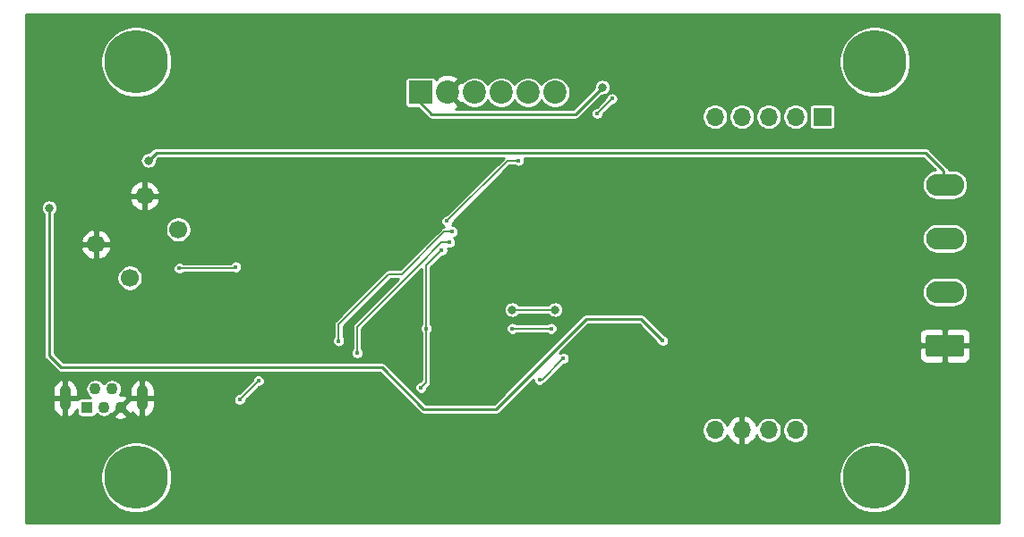
<source format=gbr>
G04 #@! TF.GenerationSoftware,KiCad,Pcbnew,(5.1.5)-3*
G04 #@! TF.CreationDate,2020-09-22T11:09:55+01:00*
G04 #@! TF.ProjectId,sensor_node_PCB,73656e73-6f72-45f6-9e6f-64655f504342,rev?*
G04 #@! TF.SameCoordinates,Original*
G04 #@! TF.FileFunction,Copper,L2,Bot*
G04 #@! TF.FilePolarity,Positive*
%FSLAX46Y46*%
G04 Gerber Fmt 4.6, Leading zero omitted, Abs format (unit mm)*
G04 Created by KiCad (PCBNEW (5.1.5)-3) date 2020-09-22 11:09:55*
%MOMM*%
%LPD*%
G04 APERTURE LIST*
%ADD10C,6.000000*%
%ADD11C,0.100000*%
%ADD12O,3.600000X2.080000*%
%ADD13R,2.200000X2.200000*%
%ADD14C,2.200000*%
%ADD15C,1.700000*%
%ADD16R,1.700000X1.700000*%
%ADD17O,1.700000X1.700000*%
%ADD18R,1.100000X1.100000*%
%ADD19C,1.100000*%
%ADD20O,1.100000X2.400000*%
%ADD21C,0.800000*%
%ADD22C,0.450000*%
%ADD23C,0.250000*%
%ADD24C,0.127000*%
%ADD25C,0.254000*%
G04 APERTURE END LIST*
D10*
X118110000Y-128270000D03*
X187960000Y-128270000D03*
X187960000Y-88900000D03*
X118110000Y-88900000D03*
G04 #@! TA.AperFunction,ComponentPad*
D11*
G36*
X196174505Y-114761204D02*
G01*
X196198773Y-114764804D01*
X196222572Y-114770765D01*
X196245671Y-114779030D01*
X196267850Y-114789520D01*
X196288893Y-114802132D01*
X196308599Y-114816747D01*
X196326777Y-114833223D01*
X196343253Y-114851401D01*
X196357868Y-114871107D01*
X196370480Y-114892150D01*
X196380970Y-114914329D01*
X196389235Y-114937428D01*
X196395196Y-114961227D01*
X196398796Y-114985495D01*
X196400000Y-115009999D01*
X196400000Y-116590001D01*
X196398796Y-116614505D01*
X196395196Y-116638773D01*
X196389235Y-116662572D01*
X196380970Y-116685671D01*
X196370480Y-116707850D01*
X196357868Y-116728893D01*
X196343253Y-116748599D01*
X196326777Y-116766777D01*
X196308599Y-116783253D01*
X196288893Y-116797868D01*
X196267850Y-116810480D01*
X196245671Y-116820970D01*
X196222572Y-116829235D01*
X196198773Y-116835196D01*
X196174505Y-116838796D01*
X196150001Y-116840000D01*
X193049999Y-116840000D01*
X193025495Y-116838796D01*
X193001227Y-116835196D01*
X192977428Y-116829235D01*
X192954329Y-116820970D01*
X192932150Y-116810480D01*
X192911107Y-116797868D01*
X192891401Y-116783253D01*
X192873223Y-116766777D01*
X192856747Y-116748599D01*
X192842132Y-116728893D01*
X192829520Y-116707850D01*
X192819030Y-116685671D01*
X192810765Y-116662572D01*
X192804804Y-116638773D01*
X192801204Y-116614505D01*
X192800000Y-116590001D01*
X192800000Y-115009999D01*
X192801204Y-114985495D01*
X192804804Y-114961227D01*
X192810765Y-114937428D01*
X192819030Y-114914329D01*
X192829520Y-114892150D01*
X192842132Y-114871107D01*
X192856747Y-114851401D01*
X192873223Y-114833223D01*
X192891401Y-114816747D01*
X192911107Y-114802132D01*
X192932150Y-114789520D01*
X192954329Y-114779030D01*
X192977428Y-114770765D01*
X193001227Y-114764804D01*
X193025495Y-114761204D01*
X193049999Y-114760000D01*
X196150001Y-114760000D01*
X196174505Y-114761204D01*
G37*
G04 #@! TD.AperFunction*
D12*
X194600000Y-110720000D03*
X194600000Y-105640000D03*
X194600000Y-100560000D03*
D13*
X145000000Y-91800000D03*
D14*
X147540000Y-91800000D03*
X150080000Y-91800000D03*
X152620000Y-91800000D03*
X155160000Y-91800000D03*
X157700000Y-91800000D03*
D15*
X122078175Y-104785786D03*
X117481981Y-109381981D03*
X118896194Y-101603806D03*
X114300000Y-106200000D03*
D16*
X183000000Y-94100000D03*
D17*
X180460000Y-94100000D03*
X177920000Y-94100000D03*
X175380000Y-94100000D03*
X172840000Y-94100000D03*
X180460000Y-123800000D03*
X172840000Y-123800000D03*
X177920000Y-123800000D03*
X175380000Y-123800000D03*
D18*
X113424000Y-121638000D03*
D19*
X114224000Y-119888000D03*
X115024000Y-121638000D03*
X115824000Y-119888000D03*
X116624000Y-121638000D03*
D20*
X111374000Y-120763000D03*
X118674000Y-120763000D03*
D21*
X162179000Y-91313000D03*
X175750000Y-109500000D03*
X170053000Y-105537000D03*
X162814000Y-102870000D03*
X154250000Y-105250000D03*
X129921000Y-100457000D03*
X135382000Y-116459000D03*
X133985000Y-119253000D03*
X126873000Y-114427000D03*
D22*
X128397000Y-118872000D03*
X163449000Y-121285000D03*
X163957000Y-123571000D03*
X145000000Y-104000000D03*
X141750000Y-108000000D03*
X138000000Y-108750000D03*
X137750000Y-109500000D03*
D21*
X109855000Y-102743000D03*
D22*
X167894000Y-115316000D03*
D21*
X119250000Y-98250000D03*
D22*
X147500000Y-104000000D03*
X154250000Y-98250000D03*
X145034000Y-119761000D03*
X145542000Y-114173000D03*
X147000000Y-106750000D03*
X158500000Y-117000000D03*
X156250000Y-119000000D03*
X147750000Y-106000000D03*
X139000000Y-116500000D03*
X148000000Y-105000000D03*
X137248700Y-115356700D03*
X153670000Y-114173000D03*
X157353000Y-114173000D03*
X127889000Y-120904000D03*
X129667000Y-119126000D03*
X161700000Y-93800000D03*
X163100000Y-92400000D03*
D21*
X153670000Y-112395000D03*
X157734000Y-112395000D03*
D22*
X122174000Y-108458000D03*
X127508000Y-108331000D03*
D23*
X162179000Y-91313000D02*
X159639000Y-93853000D01*
X159639000Y-93853000D02*
X146050000Y-93853000D01*
X146050000Y-93853000D02*
X144907000Y-92710000D01*
X144907000Y-92710000D02*
X144907000Y-91948000D01*
X109855000Y-102743000D02*
X109855000Y-116713000D01*
X109855000Y-116713000D02*
X110998000Y-117856000D01*
X110998000Y-117856000D02*
X141351000Y-117856000D01*
X141351000Y-117856000D02*
X145288000Y-121793000D01*
X145288000Y-121793000D02*
X152146000Y-121793000D01*
X152146000Y-121793000D02*
X160655000Y-113284000D01*
X160655000Y-113284000D02*
X165862000Y-113284000D01*
X165862000Y-113284000D02*
X167894000Y-115316000D01*
X119250000Y-98250000D02*
X120000000Y-97500000D01*
X120000000Y-97500000D02*
X192750000Y-97500000D01*
X192750000Y-97500000D02*
X194500000Y-99250000D01*
X194500000Y-99250000D02*
X194500000Y-100250000D01*
D24*
X147500000Y-104000000D02*
X153250000Y-98250000D01*
X153250000Y-98250000D02*
X154250000Y-98250000D01*
X145034000Y-119761000D02*
X145542000Y-119253000D01*
X145542000Y-119253000D02*
X145542000Y-114173000D01*
X145542000Y-108208000D02*
X145542000Y-114173000D01*
X147000000Y-106750000D02*
X145542000Y-108208000D01*
X158500000Y-117000000D02*
X156500000Y-119000000D01*
X156500000Y-119000000D02*
X156250000Y-119000000D01*
X147750000Y-106000000D02*
X147000000Y-106000000D01*
X147000000Y-106000000D02*
X144750000Y-108250000D01*
X144750000Y-108250000D02*
X139000000Y-114000000D01*
X139000000Y-114000000D02*
X139000000Y-116500000D01*
X148000000Y-105000000D02*
X147250000Y-105000000D01*
X147250000Y-105000000D02*
X143250000Y-109000000D01*
X143250000Y-109000000D02*
X142000000Y-109000000D01*
X142000000Y-109000000D02*
X137248700Y-113751300D01*
X137248700Y-113751300D02*
X137248700Y-115356700D01*
X153670000Y-114173000D02*
X157353000Y-114173000D01*
X127889000Y-120904000D02*
X128905000Y-119888000D01*
X128905000Y-119888000D02*
X129667000Y-119126000D01*
X161700000Y-93800000D02*
X163100000Y-92400000D01*
X153670000Y-112395000D02*
X157734000Y-112395000D01*
X122174000Y-108458000D02*
X127381000Y-108458000D01*
X127381000Y-108458000D02*
X127508000Y-108331000D01*
D25*
G36*
X199674000Y-89830059D02*
G01*
X199674000Y-89830060D01*
X199674001Y-126890050D01*
X199674000Y-126890060D01*
X199674001Y-132594000D01*
X107656000Y-132594000D01*
X107656000Y-127937001D01*
X114729000Y-127937001D01*
X114729000Y-128602999D01*
X114858930Y-129256201D01*
X115113797Y-129871504D01*
X115483806Y-130425262D01*
X115954738Y-130896194D01*
X116508496Y-131266203D01*
X117123799Y-131521070D01*
X117777001Y-131651000D01*
X118442999Y-131651000D01*
X119096201Y-131521070D01*
X119711504Y-131266203D01*
X120265262Y-130896194D01*
X120736194Y-130425262D01*
X121106203Y-129871504D01*
X121361070Y-129256201D01*
X121491000Y-128602999D01*
X121491000Y-127937001D01*
X184579000Y-127937001D01*
X184579000Y-128602999D01*
X184708930Y-129256201D01*
X184963797Y-129871504D01*
X185333806Y-130425262D01*
X185804738Y-130896194D01*
X186358496Y-131266203D01*
X186973799Y-131521070D01*
X187627001Y-131651000D01*
X188292999Y-131651000D01*
X188946201Y-131521070D01*
X189561504Y-131266203D01*
X190115262Y-130896194D01*
X190586194Y-130425262D01*
X190956203Y-129871504D01*
X191211070Y-129256201D01*
X191341000Y-128602999D01*
X191341000Y-127937001D01*
X191211070Y-127283799D01*
X190956203Y-126668496D01*
X190586194Y-126114738D01*
X190115262Y-125643806D01*
X189561504Y-125273797D01*
X188946201Y-125018930D01*
X188292999Y-124889000D01*
X187627001Y-124889000D01*
X186973799Y-125018930D01*
X186358496Y-125273797D01*
X185804738Y-125643806D01*
X185333806Y-126114738D01*
X184963797Y-126668496D01*
X184708930Y-127283799D01*
X184579000Y-127937001D01*
X121491000Y-127937001D01*
X121361070Y-127283799D01*
X121106203Y-126668496D01*
X120736194Y-126114738D01*
X120265262Y-125643806D01*
X119711504Y-125273797D01*
X119096201Y-125018930D01*
X118442999Y-124889000D01*
X117777001Y-124889000D01*
X117123799Y-125018930D01*
X116508496Y-125273797D01*
X115954738Y-125643806D01*
X115483806Y-126114738D01*
X115113797Y-126668496D01*
X114858930Y-127283799D01*
X114729000Y-127937001D01*
X107656000Y-127937001D01*
X107656000Y-123678757D01*
X171609000Y-123678757D01*
X171609000Y-123921243D01*
X171656307Y-124159069D01*
X171749102Y-124383097D01*
X171883820Y-124584717D01*
X172055283Y-124756180D01*
X172256903Y-124890898D01*
X172480931Y-124983693D01*
X172718757Y-125031000D01*
X172961243Y-125031000D01*
X173199069Y-124983693D01*
X173423097Y-124890898D01*
X173624717Y-124756180D01*
X173796180Y-124584717D01*
X173930898Y-124383097D01*
X173978228Y-124268832D01*
X174035843Y-124431252D01*
X174184822Y-124681355D01*
X174379731Y-124897588D01*
X174613080Y-125071641D01*
X174875901Y-125196825D01*
X175023110Y-125241476D01*
X175253000Y-125120155D01*
X175253000Y-123927000D01*
X175233000Y-123927000D01*
X175233000Y-123673000D01*
X175253000Y-123673000D01*
X175253000Y-122479845D01*
X175507000Y-122479845D01*
X175507000Y-123673000D01*
X175527000Y-123673000D01*
X175527000Y-123927000D01*
X175507000Y-123927000D01*
X175507000Y-125120155D01*
X175736890Y-125241476D01*
X175884099Y-125196825D01*
X176146920Y-125071641D01*
X176380269Y-124897588D01*
X176575178Y-124681355D01*
X176724157Y-124431252D01*
X176781772Y-124268832D01*
X176829102Y-124383097D01*
X176963820Y-124584717D01*
X177135283Y-124756180D01*
X177336903Y-124890898D01*
X177560931Y-124983693D01*
X177798757Y-125031000D01*
X178041243Y-125031000D01*
X178279069Y-124983693D01*
X178503097Y-124890898D01*
X178704717Y-124756180D01*
X178876180Y-124584717D01*
X179010898Y-124383097D01*
X179103693Y-124159069D01*
X179151000Y-123921243D01*
X179151000Y-123678757D01*
X179229000Y-123678757D01*
X179229000Y-123921243D01*
X179276307Y-124159069D01*
X179369102Y-124383097D01*
X179503820Y-124584717D01*
X179675283Y-124756180D01*
X179876903Y-124890898D01*
X180100931Y-124983693D01*
X180338757Y-125031000D01*
X180581243Y-125031000D01*
X180819069Y-124983693D01*
X181043097Y-124890898D01*
X181244717Y-124756180D01*
X181416180Y-124584717D01*
X181550898Y-124383097D01*
X181643693Y-124159069D01*
X181691000Y-123921243D01*
X181691000Y-123678757D01*
X181643693Y-123440931D01*
X181550898Y-123216903D01*
X181416180Y-123015283D01*
X181244717Y-122843820D01*
X181043097Y-122709102D01*
X180819069Y-122616307D01*
X180581243Y-122569000D01*
X180338757Y-122569000D01*
X180100931Y-122616307D01*
X179876903Y-122709102D01*
X179675283Y-122843820D01*
X179503820Y-123015283D01*
X179369102Y-123216903D01*
X179276307Y-123440931D01*
X179229000Y-123678757D01*
X179151000Y-123678757D01*
X179103693Y-123440931D01*
X179010898Y-123216903D01*
X178876180Y-123015283D01*
X178704717Y-122843820D01*
X178503097Y-122709102D01*
X178279069Y-122616307D01*
X178041243Y-122569000D01*
X177798757Y-122569000D01*
X177560931Y-122616307D01*
X177336903Y-122709102D01*
X177135283Y-122843820D01*
X176963820Y-123015283D01*
X176829102Y-123216903D01*
X176781772Y-123331168D01*
X176724157Y-123168748D01*
X176575178Y-122918645D01*
X176380269Y-122702412D01*
X176146920Y-122528359D01*
X175884099Y-122403175D01*
X175736890Y-122358524D01*
X175507000Y-122479845D01*
X175253000Y-122479845D01*
X175023110Y-122358524D01*
X174875901Y-122403175D01*
X174613080Y-122528359D01*
X174379731Y-122702412D01*
X174184822Y-122918645D01*
X174035843Y-123168748D01*
X173978228Y-123331168D01*
X173930898Y-123216903D01*
X173796180Y-123015283D01*
X173624717Y-122843820D01*
X173423097Y-122709102D01*
X173199069Y-122616307D01*
X172961243Y-122569000D01*
X172718757Y-122569000D01*
X172480931Y-122616307D01*
X172256903Y-122709102D01*
X172055283Y-122843820D01*
X171883820Y-123015283D01*
X171749102Y-123216903D01*
X171656307Y-123440931D01*
X171609000Y-123678757D01*
X107656000Y-123678757D01*
X107656000Y-120890000D01*
X110189000Y-120890000D01*
X110189000Y-121540000D01*
X110236546Y-121768742D01*
X110327804Y-121983813D01*
X110459266Y-122176948D01*
X110625881Y-122340725D01*
X110821246Y-122468850D01*
X111037853Y-122556399D01*
X111064256Y-122556803D01*
X111247000Y-122431361D01*
X111247000Y-120890000D01*
X111501000Y-120890000D01*
X111501000Y-122431361D01*
X111683744Y-122556803D01*
X111710147Y-122556399D01*
X111926754Y-122468850D01*
X112122119Y-122340725D01*
X112288734Y-122176948D01*
X112420196Y-121983813D01*
X112491157Y-121816577D01*
X112491157Y-122188000D01*
X112498513Y-122262689D01*
X112520299Y-122334508D01*
X112555678Y-122400696D01*
X112603289Y-122458711D01*
X112661304Y-122506322D01*
X112727492Y-122541701D01*
X112799311Y-122563487D01*
X112874000Y-122570843D01*
X113974000Y-122570843D01*
X114048689Y-122563487D01*
X114120508Y-122541701D01*
X114186696Y-122506322D01*
X114244711Y-122458711D01*
X114292322Y-122400696D01*
X114327701Y-122334508D01*
X114345430Y-122276063D01*
X114430522Y-122361155D01*
X114583006Y-122463042D01*
X114752437Y-122533222D01*
X114932304Y-122569000D01*
X115115696Y-122569000D01*
X115295563Y-122533222D01*
X115464994Y-122463042D01*
X115481550Y-122451979D01*
X115989626Y-122451979D01*
X116030841Y-122670478D01*
X116243665Y-122766359D01*
X116471105Y-122818878D01*
X116704421Y-122826016D01*
X116934646Y-122787500D01*
X117152934Y-122704808D01*
X117217159Y-122670478D01*
X117258374Y-122451979D01*
X116624000Y-121817605D01*
X115989626Y-122451979D01*
X115481550Y-122451979D01*
X115617478Y-122361155D01*
X115722725Y-122255908D01*
X115810021Y-122272374D01*
X116444395Y-121638000D01*
X116803605Y-121638000D01*
X117437979Y-122272374D01*
X117656478Y-122231159D01*
X117712111Y-122107672D01*
X117759266Y-122176948D01*
X117925881Y-122340725D01*
X118121246Y-122468850D01*
X118337853Y-122556399D01*
X118364256Y-122556803D01*
X118547000Y-122431361D01*
X118547000Y-120890000D01*
X118801000Y-120890000D01*
X118801000Y-122431361D01*
X118983744Y-122556803D01*
X119010147Y-122556399D01*
X119226754Y-122468850D01*
X119422119Y-122340725D01*
X119588734Y-122176948D01*
X119720196Y-121983813D01*
X119811454Y-121768742D01*
X119859000Y-121540000D01*
X119859000Y-120890000D01*
X118801000Y-120890000D01*
X118547000Y-120890000D01*
X117489000Y-120890000D01*
X117489000Y-121013250D01*
X117437979Y-121003626D01*
X116803605Y-121638000D01*
X116444395Y-121638000D01*
X116430253Y-121623858D01*
X116609858Y-121444253D01*
X116624000Y-121458395D01*
X117238081Y-120844314D01*
X127283000Y-120844314D01*
X127283000Y-120963686D01*
X127306288Y-121080764D01*
X127351970Y-121191049D01*
X127418289Y-121290302D01*
X127502698Y-121374711D01*
X127601951Y-121441030D01*
X127712236Y-121486712D01*
X127829314Y-121510000D01*
X127948686Y-121510000D01*
X128065764Y-121486712D01*
X128176049Y-121441030D01*
X128275302Y-121374711D01*
X128359711Y-121290302D01*
X128426030Y-121191049D01*
X128471712Y-121080764D01*
X128495000Y-120963686D01*
X128495000Y-120926617D01*
X129234745Y-120186873D01*
X129234749Y-120186868D01*
X129689618Y-119732000D01*
X129726686Y-119732000D01*
X129843764Y-119708712D01*
X129954049Y-119663030D01*
X130053302Y-119596711D01*
X130137711Y-119512302D01*
X130204030Y-119413049D01*
X130249712Y-119302764D01*
X130273000Y-119185686D01*
X130273000Y-119066314D01*
X130249712Y-118949236D01*
X130204030Y-118838951D01*
X130137711Y-118739698D01*
X130053302Y-118655289D01*
X129954049Y-118588970D01*
X129843764Y-118543288D01*
X129726686Y-118520000D01*
X129607314Y-118520000D01*
X129490236Y-118543288D01*
X129379951Y-118588970D01*
X129280698Y-118655289D01*
X129196289Y-118739698D01*
X129129970Y-118838951D01*
X129084288Y-118949236D01*
X129061000Y-119066314D01*
X129061000Y-119103382D01*
X128606132Y-119558251D01*
X128606127Y-119558255D01*
X127866383Y-120298000D01*
X127829314Y-120298000D01*
X127712236Y-120321288D01*
X127601951Y-120366970D01*
X127502698Y-120433289D01*
X127418289Y-120517698D01*
X127351970Y-120616951D01*
X127306288Y-120727236D01*
X127283000Y-120844314D01*
X117238081Y-120844314D01*
X117258374Y-120824021D01*
X117217159Y-120605522D01*
X117004335Y-120509641D01*
X116776895Y-120457122D01*
X116567706Y-120450722D01*
X116649042Y-120328994D01*
X116719222Y-120159563D01*
X116753746Y-119986000D01*
X117489000Y-119986000D01*
X117489000Y-120636000D01*
X118547000Y-120636000D01*
X118547000Y-119094639D01*
X118801000Y-119094639D01*
X118801000Y-120636000D01*
X119859000Y-120636000D01*
X119859000Y-119986000D01*
X119811454Y-119757258D01*
X119720196Y-119542187D01*
X119588734Y-119349052D01*
X119422119Y-119185275D01*
X119226754Y-119057150D01*
X119010147Y-118969601D01*
X118983744Y-118969197D01*
X118801000Y-119094639D01*
X118547000Y-119094639D01*
X118364256Y-118969197D01*
X118337853Y-118969601D01*
X118121246Y-119057150D01*
X117925881Y-119185275D01*
X117759266Y-119349052D01*
X117627804Y-119542187D01*
X117536546Y-119757258D01*
X117489000Y-119986000D01*
X116753746Y-119986000D01*
X116755000Y-119979696D01*
X116755000Y-119796304D01*
X116719222Y-119616437D01*
X116649042Y-119447006D01*
X116547155Y-119294522D01*
X116417478Y-119164845D01*
X116264994Y-119062958D01*
X116095563Y-118992778D01*
X115915696Y-118957000D01*
X115732304Y-118957000D01*
X115552437Y-118992778D01*
X115383006Y-119062958D01*
X115230522Y-119164845D01*
X115100845Y-119294522D01*
X115024000Y-119409528D01*
X114947155Y-119294522D01*
X114817478Y-119164845D01*
X114664994Y-119062958D01*
X114495563Y-118992778D01*
X114315696Y-118957000D01*
X114132304Y-118957000D01*
X113952437Y-118992778D01*
X113783006Y-119062958D01*
X113630522Y-119164845D01*
X113500845Y-119294522D01*
X113398958Y-119447006D01*
X113328778Y-119616437D01*
X113293000Y-119796304D01*
X113293000Y-119979696D01*
X113328778Y-120159563D01*
X113398958Y-120328994D01*
X113500845Y-120481478D01*
X113630522Y-120611155D01*
X113771205Y-120705157D01*
X112874000Y-120705157D01*
X112799311Y-120712513D01*
X112727492Y-120734299D01*
X112661304Y-120769678D01*
X112603289Y-120817289D01*
X112555678Y-120875304D01*
X112547823Y-120890000D01*
X111501000Y-120890000D01*
X111247000Y-120890000D01*
X110189000Y-120890000D01*
X107656000Y-120890000D01*
X107656000Y-119986000D01*
X110189000Y-119986000D01*
X110189000Y-120636000D01*
X111247000Y-120636000D01*
X111247000Y-119094639D01*
X111501000Y-119094639D01*
X111501000Y-120636000D01*
X112559000Y-120636000D01*
X112559000Y-119986000D01*
X112511454Y-119757258D01*
X112420196Y-119542187D01*
X112288734Y-119349052D01*
X112122119Y-119185275D01*
X111926754Y-119057150D01*
X111710147Y-118969601D01*
X111683744Y-118969197D01*
X111501000Y-119094639D01*
X111247000Y-119094639D01*
X111064256Y-118969197D01*
X111037853Y-118969601D01*
X110821246Y-119057150D01*
X110625881Y-119185275D01*
X110459266Y-119349052D01*
X110327804Y-119542187D01*
X110236546Y-119757258D01*
X110189000Y-119986000D01*
X107656000Y-119986000D01*
X107656000Y-102666078D01*
X109074000Y-102666078D01*
X109074000Y-102819922D01*
X109104013Y-102970809D01*
X109162887Y-103112942D01*
X109248358Y-103240859D01*
X109349000Y-103341501D01*
X109349001Y-116688144D01*
X109346553Y-116713000D01*
X109356322Y-116812192D01*
X109385255Y-116907574D01*
X109401555Y-116938068D01*
X109432242Y-116995479D01*
X109495474Y-117072527D01*
X109514780Y-117088371D01*
X110622628Y-118196220D01*
X110638473Y-118215527D01*
X110715521Y-118278759D01*
X110803425Y-118325745D01*
X110898806Y-118354678D01*
X110908694Y-118355652D01*
X110973146Y-118362000D01*
X110973153Y-118362000D01*
X110997999Y-118364447D01*
X111022845Y-118362000D01*
X141141409Y-118362000D01*
X144912628Y-122133220D01*
X144928473Y-122152527D01*
X145005521Y-122215759D01*
X145093320Y-122262689D01*
X145093425Y-122262745D01*
X145188807Y-122291678D01*
X145288000Y-122301448D01*
X145312854Y-122299000D01*
X152121154Y-122299000D01*
X152146000Y-122301447D01*
X152170846Y-122299000D01*
X152170854Y-122299000D01*
X152245193Y-122291678D01*
X152340575Y-122262745D01*
X152428479Y-122215759D01*
X152505527Y-122152527D01*
X152521376Y-122133215D01*
X155644000Y-119010591D01*
X155644000Y-119059686D01*
X155667288Y-119176764D01*
X155712970Y-119287049D01*
X155779289Y-119386302D01*
X155863698Y-119470711D01*
X155962951Y-119537030D01*
X156073236Y-119582712D01*
X156190314Y-119606000D01*
X156309686Y-119606000D01*
X156426764Y-119582712D01*
X156537049Y-119537030D01*
X156636302Y-119470711D01*
X156720711Y-119386302D01*
X156720983Y-119385894D01*
X156748145Y-119371376D01*
X156815829Y-119315829D01*
X156829747Y-119298870D01*
X158522618Y-117606000D01*
X158559686Y-117606000D01*
X158676764Y-117582712D01*
X158787049Y-117537030D01*
X158886302Y-117470711D01*
X158970711Y-117386302D01*
X159037030Y-117287049D01*
X159082712Y-117176764D01*
X159106000Y-117059686D01*
X159106000Y-116940314D01*
X159086047Y-116840000D01*
X192161928Y-116840000D01*
X192174188Y-116964482D01*
X192210498Y-117084180D01*
X192269463Y-117194494D01*
X192348815Y-117291185D01*
X192445506Y-117370537D01*
X192555820Y-117429502D01*
X192675518Y-117465812D01*
X192800000Y-117478072D01*
X194314250Y-117475000D01*
X194473000Y-117316250D01*
X194473000Y-115927000D01*
X194727000Y-115927000D01*
X194727000Y-117316250D01*
X194885750Y-117475000D01*
X196400000Y-117478072D01*
X196524482Y-117465812D01*
X196644180Y-117429502D01*
X196754494Y-117370537D01*
X196851185Y-117291185D01*
X196930537Y-117194494D01*
X196989502Y-117084180D01*
X197025812Y-116964482D01*
X197038072Y-116840000D01*
X197035000Y-116085750D01*
X196876250Y-115927000D01*
X194727000Y-115927000D01*
X194473000Y-115927000D01*
X192323750Y-115927000D01*
X192165000Y-116085750D01*
X192161928Y-116840000D01*
X159086047Y-116840000D01*
X159082712Y-116823236D01*
X159037030Y-116712951D01*
X158970711Y-116613698D01*
X158886302Y-116529289D01*
X158787049Y-116462970D01*
X158676764Y-116417288D01*
X158559686Y-116394000D01*
X158440314Y-116394000D01*
X158323236Y-116417288D01*
X158212951Y-116462970D01*
X158148671Y-116505921D01*
X160864592Y-113790000D01*
X165652409Y-113790000D01*
X167300392Y-115437983D01*
X167311288Y-115492764D01*
X167356970Y-115603049D01*
X167423289Y-115702302D01*
X167507698Y-115786711D01*
X167606951Y-115853030D01*
X167717236Y-115898712D01*
X167834314Y-115922000D01*
X167953686Y-115922000D01*
X168070764Y-115898712D01*
X168181049Y-115853030D01*
X168280302Y-115786711D01*
X168364711Y-115702302D01*
X168431030Y-115603049D01*
X168476712Y-115492764D01*
X168500000Y-115375686D01*
X168500000Y-115256314D01*
X168476712Y-115139236D01*
X168431030Y-115028951D01*
X168364711Y-114929698D01*
X168280302Y-114845289D01*
X168181049Y-114778970D01*
X168135252Y-114760000D01*
X192161928Y-114760000D01*
X192165000Y-115514250D01*
X192323750Y-115673000D01*
X194473000Y-115673000D01*
X194473000Y-114283750D01*
X194727000Y-114283750D01*
X194727000Y-115673000D01*
X196876250Y-115673000D01*
X197035000Y-115514250D01*
X197038072Y-114760000D01*
X197025812Y-114635518D01*
X196989502Y-114515820D01*
X196930537Y-114405506D01*
X196851185Y-114308815D01*
X196754494Y-114229463D01*
X196644180Y-114170498D01*
X196524482Y-114134188D01*
X196400000Y-114121928D01*
X194885750Y-114125000D01*
X194727000Y-114283750D01*
X194473000Y-114283750D01*
X194314250Y-114125000D01*
X192800000Y-114121928D01*
X192675518Y-114134188D01*
X192555820Y-114170498D01*
X192445506Y-114229463D01*
X192348815Y-114308815D01*
X192269463Y-114405506D01*
X192210498Y-114515820D01*
X192174188Y-114635518D01*
X192161928Y-114760000D01*
X168135252Y-114760000D01*
X168070764Y-114733288D01*
X168015983Y-114722392D01*
X166237376Y-112943785D01*
X166221527Y-112924473D01*
X166144479Y-112861241D01*
X166056575Y-112814255D01*
X165961193Y-112785322D01*
X165886854Y-112778000D01*
X165886846Y-112778000D01*
X165862000Y-112775553D01*
X165837154Y-112778000D01*
X160679845Y-112778000D01*
X160654999Y-112775553D01*
X160630153Y-112778000D01*
X160630146Y-112778000D01*
X160565694Y-112784348D01*
X160555806Y-112785322D01*
X160482196Y-112807651D01*
X160460425Y-112814255D01*
X160372521Y-112861241D01*
X160295473Y-112924473D01*
X160279628Y-112943780D01*
X151936409Y-121287000D01*
X145497592Y-121287000D01*
X141726376Y-117515785D01*
X141710527Y-117496473D01*
X141633479Y-117433241D01*
X141545575Y-117386255D01*
X141450193Y-117357322D01*
X141375854Y-117350000D01*
X141375846Y-117350000D01*
X141351000Y-117347553D01*
X141326154Y-117350000D01*
X111207592Y-117350000D01*
X110361000Y-116503409D01*
X110361000Y-109260738D01*
X116250981Y-109260738D01*
X116250981Y-109503224D01*
X116298288Y-109741050D01*
X116391083Y-109965078D01*
X116525801Y-110166698D01*
X116697264Y-110338161D01*
X116898884Y-110472879D01*
X117122912Y-110565674D01*
X117360738Y-110612981D01*
X117603224Y-110612981D01*
X117841050Y-110565674D01*
X118065078Y-110472879D01*
X118266698Y-110338161D01*
X118438161Y-110166698D01*
X118572879Y-109965078D01*
X118665674Y-109741050D01*
X118712981Y-109503224D01*
X118712981Y-109260738D01*
X118665674Y-109022912D01*
X118572879Y-108798884D01*
X118438161Y-108597264D01*
X118266698Y-108425801D01*
X118225561Y-108398314D01*
X121568000Y-108398314D01*
X121568000Y-108517686D01*
X121591288Y-108634764D01*
X121636970Y-108745049D01*
X121703289Y-108844302D01*
X121787698Y-108928711D01*
X121886951Y-108995030D01*
X121997236Y-109040712D01*
X122114314Y-109064000D01*
X122233686Y-109064000D01*
X122350764Y-109040712D01*
X122461049Y-108995030D01*
X122560302Y-108928711D01*
X122586513Y-108902500D01*
X127304168Y-108902500D01*
X127331236Y-108913712D01*
X127448314Y-108937000D01*
X127567686Y-108937000D01*
X127684764Y-108913712D01*
X127795049Y-108868030D01*
X127894302Y-108801711D01*
X127978711Y-108717302D01*
X128045030Y-108618049D01*
X128090712Y-108507764D01*
X128114000Y-108390686D01*
X128114000Y-108271314D01*
X128090712Y-108154236D01*
X128045030Y-108043951D01*
X127978711Y-107944698D01*
X127894302Y-107860289D01*
X127795049Y-107793970D01*
X127684764Y-107748288D01*
X127567686Y-107725000D01*
X127448314Y-107725000D01*
X127331236Y-107748288D01*
X127220951Y-107793970D01*
X127121698Y-107860289D01*
X127037289Y-107944698D01*
X126991317Y-108013500D01*
X122586513Y-108013500D01*
X122560302Y-107987289D01*
X122461049Y-107920970D01*
X122350764Y-107875288D01*
X122233686Y-107852000D01*
X122114314Y-107852000D01*
X121997236Y-107875288D01*
X121886951Y-107920970D01*
X121787698Y-107987289D01*
X121703289Y-108071698D01*
X121636970Y-108170951D01*
X121591288Y-108281236D01*
X121568000Y-108398314D01*
X118225561Y-108398314D01*
X118065078Y-108291083D01*
X117841050Y-108198288D01*
X117603224Y-108150981D01*
X117360738Y-108150981D01*
X117122912Y-108198288D01*
X116898884Y-108291083D01*
X116697264Y-108425801D01*
X116525801Y-108597264D01*
X116391083Y-108798884D01*
X116298288Y-109022912D01*
X116250981Y-109260738D01*
X110361000Y-109260738D01*
X110361000Y-106558019D01*
X112851401Y-106558019D01*
X112949081Y-106833747D01*
X113098676Y-107085121D01*
X113294438Y-107302480D01*
X113528843Y-107477472D01*
X113792883Y-107603371D01*
X113941981Y-107648599D01*
X114173000Y-107527373D01*
X114173000Y-106327000D01*
X114427000Y-106327000D01*
X114427000Y-107527373D01*
X114658019Y-107648599D01*
X114933747Y-107550919D01*
X115185121Y-107401324D01*
X115402480Y-107205562D01*
X115577472Y-106971157D01*
X115703371Y-106707117D01*
X115748599Y-106558019D01*
X115627373Y-106327000D01*
X114427000Y-106327000D01*
X114173000Y-106327000D01*
X112972627Y-106327000D01*
X112851401Y-106558019D01*
X110361000Y-106558019D01*
X110361000Y-105841981D01*
X112851401Y-105841981D01*
X112972627Y-106073000D01*
X114173000Y-106073000D01*
X114173000Y-104872627D01*
X114427000Y-104872627D01*
X114427000Y-106073000D01*
X115627373Y-106073000D01*
X115748599Y-105841981D01*
X115650919Y-105566253D01*
X115501324Y-105314879D01*
X115305562Y-105097520D01*
X115071157Y-104922528D01*
X114807117Y-104796629D01*
X114658019Y-104751401D01*
X114427000Y-104872627D01*
X114173000Y-104872627D01*
X113941981Y-104751401D01*
X113666253Y-104849081D01*
X113414879Y-104998676D01*
X113197520Y-105194438D01*
X113022528Y-105428843D01*
X112896629Y-105692883D01*
X112851401Y-105841981D01*
X110361000Y-105841981D01*
X110361000Y-104664543D01*
X120847175Y-104664543D01*
X120847175Y-104907029D01*
X120894482Y-105144855D01*
X120987277Y-105368883D01*
X121121995Y-105570503D01*
X121293458Y-105741966D01*
X121495078Y-105876684D01*
X121719106Y-105969479D01*
X121956932Y-106016786D01*
X122199418Y-106016786D01*
X122437244Y-105969479D01*
X122661272Y-105876684D01*
X122862892Y-105741966D01*
X123034355Y-105570503D01*
X123169073Y-105368883D01*
X123261868Y-105144855D01*
X123309175Y-104907029D01*
X123309175Y-104664543D01*
X123261868Y-104426717D01*
X123169073Y-104202689D01*
X123034355Y-104001069D01*
X122862892Y-103829606D01*
X122661272Y-103694888D01*
X122437244Y-103602093D01*
X122199418Y-103554786D01*
X121956932Y-103554786D01*
X121719106Y-103602093D01*
X121495078Y-103694888D01*
X121293458Y-103829606D01*
X121121995Y-104001069D01*
X120987277Y-104202689D01*
X120894482Y-104426717D01*
X120847175Y-104664543D01*
X110361000Y-104664543D01*
X110361000Y-103341501D01*
X110461642Y-103240859D01*
X110547113Y-103112942D01*
X110605987Y-102970809D01*
X110636000Y-102819922D01*
X110636000Y-102666078D01*
X110605987Y-102515191D01*
X110547113Y-102373058D01*
X110461642Y-102245141D01*
X110352859Y-102136358D01*
X110224942Y-102050887D01*
X110082809Y-101992013D01*
X109931922Y-101962000D01*
X109778078Y-101962000D01*
X109627191Y-101992013D01*
X109485058Y-102050887D01*
X109357141Y-102136358D01*
X109248358Y-102245141D01*
X109162887Y-102373058D01*
X109104013Y-102515191D01*
X109074000Y-102666078D01*
X107656000Y-102666078D01*
X107656000Y-101961825D01*
X117447595Y-101961825D01*
X117545275Y-102237553D01*
X117694870Y-102488927D01*
X117890632Y-102706286D01*
X118125037Y-102881278D01*
X118389077Y-103007177D01*
X118538175Y-103052405D01*
X118769194Y-102931179D01*
X118769194Y-101730806D01*
X119023194Y-101730806D01*
X119023194Y-102931179D01*
X119254213Y-103052405D01*
X119529941Y-102954725D01*
X119781315Y-102805130D01*
X119998674Y-102609368D01*
X120173666Y-102374963D01*
X120299565Y-102110923D01*
X120344793Y-101961825D01*
X120223567Y-101730806D01*
X119023194Y-101730806D01*
X118769194Y-101730806D01*
X117568821Y-101730806D01*
X117447595Y-101961825D01*
X107656000Y-101961825D01*
X107656000Y-101245787D01*
X117447595Y-101245787D01*
X117568821Y-101476806D01*
X118769194Y-101476806D01*
X118769194Y-100276433D01*
X119023194Y-100276433D01*
X119023194Y-101476806D01*
X120223567Y-101476806D01*
X120344793Y-101245787D01*
X120247113Y-100970059D01*
X120097518Y-100718685D01*
X119901756Y-100501326D01*
X119667351Y-100326334D01*
X119403311Y-100200435D01*
X119254213Y-100155207D01*
X119023194Y-100276433D01*
X118769194Y-100276433D01*
X118538175Y-100155207D01*
X118262447Y-100252887D01*
X118011073Y-100402482D01*
X117793714Y-100598244D01*
X117618722Y-100832649D01*
X117492823Y-101096689D01*
X117447595Y-101245787D01*
X107656000Y-101245787D01*
X107656000Y-98173078D01*
X118469000Y-98173078D01*
X118469000Y-98326922D01*
X118499013Y-98477809D01*
X118557887Y-98619942D01*
X118643358Y-98747859D01*
X118752141Y-98856642D01*
X118880058Y-98942113D01*
X119022191Y-99000987D01*
X119173078Y-99031000D01*
X119326922Y-99031000D01*
X119477809Y-99000987D01*
X119619942Y-98942113D01*
X119747859Y-98856642D01*
X119856642Y-98747859D01*
X119942113Y-98619942D01*
X120000987Y-98477809D01*
X120031000Y-98326922D01*
X120031000Y-98184592D01*
X120209592Y-98006000D01*
X152865382Y-98006000D01*
X147477383Y-103394000D01*
X147440314Y-103394000D01*
X147323236Y-103417288D01*
X147212951Y-103462970D01*
X147113698Y-103529289D01*
X147029289Y-103613698D01*
X146962970Y-103712951D01*
X146917288Y-103823236D01*
X146894000Y-103940314D01*
X146894000Y-104059686D01*
X146917288Y-104176764D01*
X146962970Y-104287049D01*
X147029289Y-104386302D01*
X147113698Y-104470711D01*
X147212951Y-104537030D01*
X147253087Y-104553655D01*
X147249999Y-104553351D01*
X147228179Y-104555500D01*
X147228170Y-104555500D01*
X147162863Y-104561932D01*
X147079074Y-104587349D01*
X147001855Y-104628624D01*
X146934171Y-104684171D01*
X146920253Y-104701130D01*
X143065883Y-108555500D01*
X142021820Y-108555500D01*
X142000000Y-108553351D01*
X141978180Y-108555500D01*
X141978170Y-108555500D01*
X141912863Y-108561932D01*
X141829074Y-108587349D01*
X141751854Y-108628624D01*
X141701127Y-108670255D01*
X141701124Y-108670258D01*
X141684171Y-108684171D01*
X141670258Y-108701124D01*
X136949830Y-113421553D01*
X136932871Y-113435471D01*
X136918955Y-113452428D01*
X136877324Y-113503155D01*
X136850494Y-113553350D01*
X136836049Y-113580375D01*
X136810632Y-113664164D01*
X136804200Y-113729471D01*
X136804200Y-113729480D01*
X136802051Y-113751300D01*
X136804200Y-113773120D01*
X136804201Y-114944186D01*
X136777989Y-114970398D01*
X136711670Y-115069651D01*
X136665988Y-115179936D01*
X136642700Y-115297014D01*
X136642700Y-115416386D01*
X136665988Y-115533464D01*
X136711670Y-115643749D01*
X136777989Y-115743002D01*
X136862398Y-115827411D01*
X136961651Y-115893730D01*
X137071936Y-115939412D01*
X137189014Y-115962700D01*
X137308386Y-115962700D01*
X137425464Y-115939412D01*
X137535749Y-115893730D01*
X137635002Y-115827411D01*
X137719411Y-115743002D01*
X137785730Y-115643749D01*
X137831412Y-115533464D01*
X137854700Y-115416386D01*
X137854700Y-115297014D01*
X137831412Y-115179936D01*
X137785730Y-115069651D01*
X137719411Y-114970398D01*
X137693200Y-114944187D01*
X137693200Y-113935417D01*
X142184118Y-109444500D01*
X142926882Y-109444500D01*
X138701130Y-113670253D01*
X138684171Y-113684171D01*
X138670255Y-113701128D01*
X138628624Y-113751855D01*
X138627614Y-113753745D01*
X138587349Y-113829075D01*
X138561932Y-113912864D01*
X138555500Y-113978171D01*
X138555500Y-113978180D01*
X138553351Y-114000000D01*
X138555500Y-114021820D01*
X138555501Y-116087486D01*
X138529289Y-116113698D01*
X138462970Y-116212951D01*
X138417288Y-116323236D01*
X138394000Y-116440314D01*
X138394000Y-116559686D01*
X138417288Y-116676764D01*
X138462970Y-116787049D01*
X138529289Y-116886302D01*
X138613698Y-116970711D01*
X138712951Y-117037030D01*
X138823236Y-117082712D01*
X138940314Y-117106000D01*
X139059686Y-117106000D01*
X139176764Y-117082712D01*
X139287049Y-117037030D01*
X139386302Y-116970711D01*
X139470711Y-116886302D01*
X139537030Y-116787049D01*
X139582712Y-116676764D01*
X139606000Y-116559686D01*
X139606000Y-116440314D01*
X139582712Y-116323236D01*
X139537030Y-116212951D01*
X139470711Y-116113698D01*
X139444500Y-116087487D01*
X139444500Y-114184117D01*
X145079745Y-108548873D01*
X145079750Y-108548867D01*
X145097500Y-108531117D01*
X145097501Y-113760486D01*
X145071289Y-113786698D01*
X145004970Y-113885951D01*
X144959288Y-113996236D01*
X144936000Y-114113314D01*
X144936000Y-114232686D01*
X144959288Y-114349764D01*
X145004970Y-114460049D01*
X145071289Y-114559302D01*
X145097501Y-114585514D01*
X145097500Y-119068882D01*
X145011382Y-119155000D01*
X144974314Y-119155000D01*
X144857236Y-119178288D01*
X144746951Y-119223970D01*
X144647698Y-119290289D01*
X144563289Y-119374698D01*
X144496970Y-119473951D01*
X144451288Y-119584236D01*
X144428000Y-119701314D01*
X144428000Y-119820686D01*
X144451288Y-119937764D01*
X144496970Y-120048049D01*
X144563289Y-120147302D01*
X144647698Y-120231711D01*
X144746951Y-120298030D01*
X144857236Y-120343712D01*
X144974314Y-120367000D01*
X145093686Y-120367000D01*
X145210764Y-120343712D01*
X145321049Y-120298030D01*
X145420302Y-120231711D01*
X145504711Y-120147302D01*
X145571030Y-120048049D01*
X145616712Y-119937764D01*
X145640000Y-119820686D01*
X145640000Y-119783618D01*
X145840877Y-119582741D01*
X145857829Y-119568829D01*
X145904220Y-119512302D01*
X145913375Y-119501147D01*
X145927164Y-119475349D01*
X145954651Y-119423926D01*
X145980068Y-119340137D01*
X145986500Y-119274830D01*
X145986500Y-119274821D01*
X145988649Y-119253001D01*
X145986500Y-119231181D01*
X145986500Y-114585513D01*
X146012711Y-114559302D01*
X146079030Y-114460049D01*
X146124712Y-114349764D01*
X146148000Y-114232686D01*
X146148000Y-114113314D01*
X153064000Y-114113314D01*
X153064000Y-114232686D01*
X153087288Y-114349764D01*
X153132970Y-114460049D01*
X153199289Y-114559302D01*
X153283698Y-114643711D01*
X153382951Y-114710030D01*
X153493236Y-114755712D01*
X153610314Y-114779000D01*
X153729686Y-114779000D01*
X153846764Y-114755712D01*
X153957049Y-114710030D01*
X154056302Y-114643711D01*
X154082513Y-114617500D01*
X156940487Y-114617500D01*
X156966698Y-114643711D01*
X157065951Y-114710030D01*
X157176236Y-114755712D01*
X157293314Y-114779000D01*
X157412686Y-114779000D01*
X157529764Y-114755712D01*
X157640049Y-114710030D01*
X157739302Y-114643711D01*
X157823711Y-114559302D01*
X157890030Y-114460049D01*
X157935712Y-114349764D01*
X157959000Y-114232686D01*
X157959000Y-114113314D01*
X157935712Y-113996236D01*
X157890030Y-113885951D01*
X157823711Y-113786698D01*
X157739302Y-113702289D01*
X157640049Y-113635970D01*
X157529764Y-113590288D01*
X157412686Y-113567000D01*
X157293314Y-113567000D01*
X157176236Y-113590288D01*
X157065951Y-113635970D01*
X156966698Y-113702289D01*
X156940487Y-113728500D01*
X154082513Y-113728500D01*
X154056302Y-113702289D01*
X153957049Y-113635970D01*
X153846764Y-113590288D01*
X153729686Y-113567000D01*
X153610314Y-113567000D01*
X153493236Y-113590288D01*
X153382951Y-113635970D01*
X153283698Y-113702289D01*
X153199289Y-113786698D01*
X153132970Y-113885951D01*
X153087288Y-113996236D01*
X153064000Y-114113314D01*
X146148000Y-114113314D01*
X146124712Y-113996236D01*
X146079030Y-113885951D01*
X146012711Y-113786698D01*
X145986500Y-113760487D01*
X145986500Y-112318078D01*
X152889000Y-112318078D01*
X152889000Y-112471922D01*
X152919013Y-112622809D01*
X152977887Y-112764942D01*
X153063358Y-112892859D01*
X153172141Y-113001642D01*
X153300058Y-113087113D01*
X153442191Y-113145987D01*
X153593078Y-113176000D01*
X153746922Y-113176000D01*
X153897809Y-113145987D01*
X154039942Y-113087113D01*
X154167859Y-113001642D01*
X154276642Y-112892859D01*
X154312295Y-112839500D01*
X157091705Y-112839500D01*
X157127358Y-112892859D01*
X157236141Y-113001642D01*
X157364058Y-113087113D01*
X157506191Y-113145987D01*
X157657078Y-113176000D01*
X157810922Y-113176000D01*
X157961809Y-113145987D01*
X158103942Y-113087113D01*
X158231859Y-113001642D01*
X158340642Y-112892859D01*
X158426113Y-112764942D01*
X158484987Y-112622809D01*
X158515000Y-112471922D01*
X158515000Y-112318078D01*
X158484987Y-112167191D01*
X158426113Y-112025058D01*
X158340642Y-111897141D01*
X158231859Y-111788358D01*
X158103942Y-111702887D01*
X157961809Y-111644013D01*
X157810922Y-111614000D01*
X157657078Y-111614000D01*
X157506191Y-111644013D01*
X157364058Y-111702887D01*
X157236141Y-111788358D01*
X157127358Y-111897141D01*
X157091705Y-111950500D01*
X154312295Y-111950500D01*
X154276642Y-111897141D01*
X154167859Y-111788358D01*
X154039942Y-111702887D01*
X153897809Y-111644013D01*
X153746922Y-111614000D01*
X153593078Y-111614000D01*
X153442191Y-111644013D01*
X153300058Y-111702887D01*
X153172141Y-111788358D01*
X153063358Y-111897141D01*
X152977887Y-112025058D01*
X152919013Y-112167191D01*
X152889000Y-112318078D01*
X145986500Y-112318078D01*
X145986500Y-110720000D01*
X192412125Y-110720000D01*
X192439561Y-110998565D01*
X192520816Y-111266424D01*
X192652765Y-111513285D01*
X192830340Y-111729660D01*
X193046715Y-111907235D01*
X193293576Y-112039184D01*
X193561435Y-112120439D01*
X193770196Y-112141000D01*
X195429804Y-112141000D01*
X195638565Y-112120439D01*
X195906424Y-112039184D01*
X196153285Y-111907235D01*
X196369660Y-111729660D01*
X196547235Y-111513285D01*
X196679184Y-111266424D01*
X196760439Y-110998565D01*
X196787875Y-110720000D01*
X196760439Y-110441435D01*
X196679184Y-110173576D01*
X196547235Y-109926715D01*
X196369660Y-109710340D01*
X196153285Y-109532765D01*
X195906424Y-109400816D01*
X195638565Y-109319561D01*
X195429804Y-109299000D01*
X193770196Y-109299000D01*
X193561435Y-109319561D01*
X193293576Y-109400816D01*
X193046715Y-109532765D01*
X192830340Y-109710340D01*
X192652765Y-109926715D01*
X192520816Y-110173576D01*
X192439561Y-110441435D01*
X192412125Y-110720000D01*
X145986500Y-110720000D01*
X145986500Y-108392117D01*
X147022618Y-107356000D01*
X147059686Y-107356000D01*
X147176764Y-107332712D01*
X147287049Y-107287030D01*
X147386302Y-107220711D01*
X147470711Y-107136302D01*
X147537030Y-107037049D01*
X147582712Y-106926764D01*
X147606000Y-106809686D01*
X147606000Y-106690314D01*
X147585065Y-106585065D01*
X147690314Y-106606000D01*
X147809686Y-106606000D01*
X147926764Y-106582712D01*
X148037049Y-106537030D01*
X148136302Y-106470711D01*
X148220711Y-106386302D01*
X148287030Y-106287049D01*
X148332712Y-106176764D01*
X148356000Y-106059686D01*
X148356000Y-105940314D01*
X148332712Y-105823236D01*
X148287030Y-105712951D01*
X148238286Y-105640000D01*
X192412125Y-105640000D01*
X192439561Y-105918565D01*
X192520816Y-106186424D01*
X192652765Y-106433285D01*
X192830340Y-106649660D01*
X193046715Y-106827235D01*
X193293576Y-106959184D01*
X193561435Y-107040439D01*
X193770196Y-107061000D01*
X195429804Y-107061000D01*
X195638565Y-107040439D01*
X195906424Y-106959184D01*
X196153285Y-106827235D01*
X196369660Y-106649660D01*
X196547235Y-106433285D01*
X196679184Y-106186424D01*
X196760439Y-105918565D01*
X196787875Y-105640000D01*
X196760439Y-105361435D01*
X196679184Y-105093576D01*
X196547235Y-104846715D01*
X196369660Y-104630340D01*
X196153285Y-104452765D01*
X195906424Y-104320816D01*
X195638565Y-104239561D01*
X195429804Y-104219000D01*
X193770196Y-104219000D01*
X193561435Y-104239561D01*
X193293576Y-104320816D01*
X193046715Y-104452765D01*
X192830340Y-104630340D01*
X192652765Y-104846715D01*
X192520816Y-105093576D01*
X192439561Y-105361435D01*
X192412125Y-105640000D01*
X148238286Y-105640000D01*
X148220711Y-105613698D01*
X148185929Y-105578916D01*
X148287049Y-105537030D01*
X148386302Y-105470711D01*
X148470711Y-105386302D01*
X148537030Y-105287049D01*
X148582712Y-105176764D01*
X148606000Y-105059686D01*
X148606000Y-104940314D01*
X148582712Y-104823236D01*
X148537030Y-104712951D01*
X148470711Y-104613698D01*
X148386302Y-104529289D01*
X148287049Y-104462970D01*
X148176764Y-104417288D01*
X148059686Y-104394000D01*
X147963013Y-104394000D01*
X147970711Y-104386302D01*
X148037030Y-104287049D01*
X148082712Y-104176764D01*
X148106000Y-104059686D01*
X148106000Y-104022617D01*
X153434118Y-98694500D01*
X153837487Y-98694500D01*
X153863698Y-98720711D01*
X153962951Y-98787030D01*
X154073236Y-98832712D01*
X154190314Y-98856000D01*
X154309686Y-98856000D01*
X154426764Y-98832712D01*
X154537049Y-98787030D01*
X154636302Y-98720711D01*
X154720711Y-98636302D01*
X154787030Y-98537049D01*
X154832712Y-98426764D01*
X154856000Y-98309686D01*
X154856000Y-98190314D01*
X154832712Y-98073236D01*
X154804862Y-98006000D01*
X192540409Y-98006000D01*
X193682086Y-99147678D01*
X193561435Y-99159561D01*
X193293576Y-99240816D01*
X193046715Y-99372765D01*
X192830340Y-99550340D01*
X192652765Y-99766715D01*
X192520816Y-100013576D01*
X192439561Y-100281435D01*
X192412125Y-100560000D01*
X192439561Y-100838565D01*
X192520816Y-101106424D01*
X192652765Y-101353285D01*
X192830340Y-101569660D01*
X193046715Y-101747235D01*
X193293576Y-101879184D01*
X193561435Y-101960439D01*
X193770196Y-101981000D01*
X195429804Y-101981000D01*
X195638565Y-101960439D01*
X195906424Y-101879184D01*
X196153285Y-101747235D01*
X196369660Y-101569660D01*
X196547235Y-101353285D01*
X196679184Y-101106424D01*
X196760439Y-100838565D01*
X196787875Y-100560000D01*
X196760439Y-100281435D01*
X196679184Y-100013576D01*
X196547235Y-99766715D01*
X196369660Y-99550340D01*
X196153285Y-99372765D01*
X195906424Y-99240816D01*
X195638565Y-99159561D01*
X195429804Y-99139000D01*
X194995096Y-99139000D01*
X194969745Y-99055425D01*
X194956689Y-99031000D01*
X194922759Y-98967521D01*
X194859527Y-98890473D01*
X194840220Y-98874628D01*
X193125376Y-97159785D01*
X193109527Y-97140473D01*
X193032479Y-97077241D01*
X192944575Y-97030255D01*
X192849193Y-97001322D01*
X192774854Y-96994000D01*
X192774846Y-96994000D01*
X192750000Y-96991553D01*
X192725154Y-96994000D01*
X120024845Y-96994000D01*
X119999999Y-96991553D01*
X119975153Y-96994000D01*
X119975146Y-96994000D01*
X119910694Y-97000348D01*
X119900806Y-97001322D01*
X119805425Y-97030255D01*
X119717521Y-97077241D01*
X119640473Y-97140473D01*
X119624628Y-97159780D01*
X119315408Y-97469000D01*
X119173078Y-97469000D01*
X119022191Y-97499013D01*
X118880058Y-97557887D01*
X118752141Y-97643358D01*
X118643358Y-97752141D01*
X118557887Y-97880058D01*
X118499013Y-98022191D01*
X118469000Y-98173078D01*
X107656000Y-98173078D01*
X107656000Y-88567001D01*
X114729000Y-88567001D01*
X114729000Y-89232999D01*
X114858930Y-89886201D01*
X115113797Y-90501504D01*
X115483806Y-91055262D01*
X115954738Y-91526194D01*
X116508496Y-91896203D01*
X117123799Y-92151070D01*
X117777001Y-92281000D01*
X118442999Y-92281000D01*
X119096201Y-92151070D01*
X119711504Y-91896203D01*
X120265262Y-91526194D01*
X120736194Y-91055262D01*
X120973572Y-90700000D01*
X143517157Y-90700000D01*
X143517157Y-92900000D01*
X143524513Y-92974689D01*
X143546299Y-93046508D01*
X143581678Y-93112696D01*
X143629289Y-93170711D01*
X143687304Y-93218322D01*
X143753492Y-93253701D01*
X143825311Y-93275487D01*
X143900000Y-93282843D01*
X144764252Y-93282843D01*
X145674628Y-94193220D01*
X145690473Y-94212527D01*
X145767521Y-94275759D01*
X145855425Y-94322745D01*
X145950806Y-94351678D01*
X145960694Y-94352652D01*
X146025146Y-94359000D01*
X146025153Y-94359000D01*
X146049999Y-94361447D01*
X146074845Y-94359000D01*
X159614154Y-94359000D01*
X159639000Y-94361447D01*
X159663846Y-94359000D01*
X159663854Y-94359000D01*
X159738193Y-94351678D01*
X159833575Y-94322745D01*
X159921479Y-94275759D01*
X159998527Y-94212527D01*
X160014376Y-94193215D01*
X160467277Y-93740314D01*
X161094000Y-93740314D01*
X161094000Y-93859686D01*
X161117288Y-93976764D01*
X161162970Y-94087049D01*
X161229289Y-94186302D01*
X161313698Y-94270711D01*
X161412951Y-94337030D01*
X161523236Y-94382712D01*
X161640314Y-94406000D01*
X161759686Y-94406000D01*
X161876764Y-94382712D01*
X161987049Y-94337030D01*
X162086302Y-94270711D01*
X162170711Y-94186302D01*
X162237030Y-94087049D01*
X162281886Y-93978757D01*
X171609000Y-93978757D01*
X171609000Y-94221243D01*
X171656307Y-94459069D01*
X171749102Y-94683097D01*
X171883820Y-94884717D01*
X172055283Y-95056180D01*
X172256903Y-95190898D01*
X172480931Y-95283693D01*
X172718757Y-95331000D01*
X172961243Y-95331000D01*
X173199069Y-95283693D01*
X173423097Y-95190898D01*
X173624717Y-95056180D01*
X173796180Y-94884717D01*
X173930898Y-94683097D01*
X174023693Y-94459069D01*
X174071000Y-94221243D01*
X174071000Y-93978757D01*
X174149000Y-93978757D01*
X174149000Y-94221243D01*
X174196307Y-94459069D01*
X174289102Y-94683097D01*
X174423820Y-94884717D01*
X174595283Y-95056180D01*
X174796903Y-95190898D01*
X175020931Y-95283693D01*
X175258757Y-95331000D01*
X175501243Y-95331000D01*
X175739069Y-95283693D01*
X175963097Y-95190898D01*
X176164717Y-95056180D01*
X176336180Y-94884717D01*
X176470898Y-94683097D01*
X176563693Y-94459069D01*
X176611000Y-94221243D01*
X176611000Y-93978757D01*
X176689000Y-93978757D01*
X176689000Y-94221243D01*
X176736307Y-94459069D01*
X176829102Y-94683097D01*
X176963820Y-94884717D01*
X177135283Y-95056180D01*
X177336903Y-95190898D01*
X177560931Y-95283693D01*
X177798757Y-95331000D01*
X178041243Y-95331000D01*
X178279069Y-95283693D01*
X178503097Y-95190898D01*
X178704717Y-95056180D01*
X178876180Y-94884717D01*
X179010898Y-94683097D01*
X179103693Y-94459069D01*
X179151000Y-94221243D01*
X179151000Y-93978757D01*
X179229000Y-93978757D01*
X179229000Y-94221243D01*
X179276307Y-94459069D01*
X179369102Y-94683097D01*
X179503820Y-94884717D01*
X179675283Y-95056180D01*
X179876903Y-95190898D01*
X180100931Y-95283693D01*
X180338757Y-95331000D01*
X180581243Y-95331000D01*
X180819069Y-95283693D01*
X181043097Y-95190898D01*
X181244717Y-95056180D01*
X181416180Y-94884717D01*
X181550898Y-94683097D01*
X181643693Y-94459069D01*
X181691000Y-94221243D01*
X181691000Y-93978757D01*
X181643693Y-93740931D01*
X181550898Y-93516903D01*
X181416180Y-93315283D01*
X181350897Y-93250000D01*
X181767157Y-93250000D01*
X181767157Y-94950000D01*
X181774513Y-95024689D01*
X181796299Y-95096508D01*
X181831678Y-95162696D01*
X181879289Y-95220711D01*
X181937304Y-95268322D01*
X182003492Y-95303701D01*
X182075311Y-95325487D01*
X182150000Y-95332843D01*
X183850000Y-95332843D01*
X183924689Y-95325487D01*
X183996508Y-95303701D01*
X184062696Y-95268322D01*
X184120711Y-95220711D01*
X184168322Y-95162696D01*
X184203701Y-95096508D01*
X184225487Y-95024689D01*
X184232843Y-94950000D01*
X184232843Y-93250000D01*
X184225487Y-93175311D01*
X184203701Y-93103492D01*
X184168322Y-93037304D01*
X184120711Y-92979289D01*
X184062696Y-92931678D01*
X183996508Y-92896299D01*
X183924689Y-92874513D01*
X183850000Y-92867157D01*
X182150000Y-92867157D01*
X182075311Y-92874513D01*
X182003492Y-92896299D01*
X181937304Y-92931678D01*
X181879289Y-92979289D01*
X181831678Y-93037304D01*
X181796299Y-93103492D01*
X181774513Y-93175311D01*
X181767157Y-93250000D01*
X181350897Y-93250000D01*
X181244717Y-93143820D01*
X181043097Y-93009102D01*
X180819069Y-92916307D01*
X180581243Y-92869000D01*
X180338757Y-92869000D01*
X180100931Y-92916307D01*
X179876903Y-93009102D01*
X179675283Y-93143820D01*
X179503820Y-93315283D01*
X179369102Y-93516903D01*
X179276307Y-93740931D01*
X179229000Y-93978757D01*
X179151000Y-93978757D01*
X179103693Y-93740931D01*
X179010898Y-93516903D01*
X178876180Y-93315283D01*
X178704717Y-93143820D01*
X178503097Y-93009102D01*
X178279069Y-92916307D01*
X178041243Y-92869000D01*
X177798757Y-92869000D01*
X177560931Y-92916307D01*
X177336903Y-93009102D01*
X177135283Y-93143820D01*
X176963820Y-93315283D01*
X176829102Y-93516903D01*
X176736307Y-93740931D01*
X176689000Y-93978757D01*
X176611000Y-93978757D01*
X176563693Y-93740931D01*
X176470898Y-93516903D01*
X176336180Y-93315283D01*
X176164717Y-93143820D01*
X175963097Y-93009102D01*
X175739069Y-92916307D01*
X175501243Y-92869000D01*
X175258757Y-92869000D01*
X175020931Y-92916307D01*
X174796903Y-93009102D01*
X174595283Y-93143820D01*
X174423820Y-93315283D01*
X174289102Y-93516903D01*
X174196307Y-93740931D01*
X174149000Y-93978757D01*
X174071000Y-93978757D01*
X174023693Y-93740931D01*
X173930898Y-93516903D01*
X173796180Y-93315283D01*
X173624717Y-93143820D01*
X173423097Y-93009102D01*
X173199069Y-92916307D01*
X172961243Y-92869000D01*
X172718757Y-92869000D01*
X172480931Y-92916307D01*
X172256903Y-93009102D01*
X172055283Y-93143820D01*
X171883820Y-93315283D01*
X171749102Y-93516903D01*
X171656307Y-93740931D01*
X171609000Y-93978757D01*
X162281886Y-93978757D01*
X162282712Y-93976764D01*
X162306000Y-93859686D01*
X162306000Y-93822617D01*
X163122618Y-93006000D01*
X163159686Y-93006000D01*
X163276764Y-92982712D01*
X163387049Y-92937030D01*
X163486302Y-92870711D01*
X163570711Y-92786302D01*
X163637030Y-92687049D01*
X163682712Y-92576764D01*
X163706000Y-92459686D01*
X163706000Y-92340314D01*
X163682712Y-92223236D01*
X163637030Y-92112951D01*
X163570711Y-92013698D01*
X163486302Y-91929289D01*
X163387049Y-91862970D01*
X163276764Y-91817288D01*
X163159686Y-91794000D01*
X163040314Y-91794000D01*
X162923236Y-91817288D01*
X162812951Y-91862970D01*
X162713698Y-91929289D01*
X162629289Y-92013698D01*
X162562970Y-92112951D01*
X162517288Y-92223236D01*
X162494000Y-92340314D01*
X162494000Y-92377382D01*
X161677383Y-93194000D01*
X161640314Y-93194000D01*
X161523236Y-93217288D01*
X161412951Y-93262970D01*
X161313698Y-93329289D01*
X161229289Y-93413698D01*
X161162970Y-93512951D01*
X161117288Y-93623236D01*
X161094000Y-93740314D01*
X160467277Y-93740314D01*
X162113592Y-92094000D01*
X162255922Y-92094000D01*
X162406809Y-92063987D01*
X162548942Y-92005113D01*
X162676859Y-91919642D01*
X162785642Y-91810859D01*
X162871113Y-91682942D01*
X162929987Y-91540809D01*
X162960000Y-91389922D01*
X162960000Y-91236078D01*
X162929987Y-91085191D01*
X162871113Y-90943058D01*
X162785642Y-90815141D01*
X162676859Y-90706358D01*
X162548942Y-90620887D01*
X162406809Y-90562013D01*
X162255922Y-90532000D01*
X162102078Y-90532000D01*
X161951191Y-90562013D01*
X161809058Y-90620887D01*
X161681141Y-90706358D01*
X161572358Y-90815141D01*
X161486887Y-90943058D01*
X161428013Y-91085191D01*
X161398000Y-91236078D01*
X161398000Y-91378408D01*
X159429409Y-93347000D01*
X148336429Y-93347000D01*
X148459274Y-93281338D01*
X148567107Y-93006712D01*
X147540000Y-91979605D01*
X147525858Y-91993748D01*
X147346253Y-91814143D01*
X147360395Y-91800000D01*
X147719605Y-91800000D01*
X148746712Y-92827107D01*
X148937674Y-92752125D01*
X149135917Y-92950368D01*
X149378483Y-93112445D01*
X149648008Y-93224086D01*
X149934134Y-93281000D01*
X150225866Y-93281000D01*
X150511992Y-93224086D01*
X150781517Y-93112445D01*
X151024083Y-92950368D01*
X151230368Y-92744083D01*
X151350000Y-92565041D01*
X151469632Y-92744083D01*
X151675917Y-92950368D01*
X151918483Y-93112445D01*
X152188008Y-93224086D01*
X152474134Y-93281000D01*
X152765866Y-93281000D01*
X153051992Y-93224086D01*
X153321517Y-93112445D01*
X153564083Y-92950368D01*
X153770368Y-92744083D01*
X153890000Y-92565041D01*
X154009632Y-92744083D01*
X154215917Y-92950368D01*
X154458483Y-93112445D01*
X154728008Y-93224086D01*
X155014134Y-93281000D01*
X155305866Y-93281000D01*
X155591992Y-93224086D01*
X155861517Y-93112445D01*
X156104083Y-92950368D01*
X156310368Y-92744083D01*
X156430000Y-92565041D01*
X156549632Y-92744083D01*
X156755917Y-92950368D01*
X156998483Y-93112445D01*
X157268008Y-93224086D01*
X157554134Y-93281000D01*
X157845866Y-93281000D01*
X158131992Y-93224086D01*
X158401517Y-93112445D01*
X158644083Y-92950368D01*
X158850368Y-92744083D01*
X159012445Y-92501517D01*
X159124086Y-92231992D01*
X159181000Y-91945866D01*
X159181000Y-91654134D01*
X159124086Y-91368008D01*
X159012445Y-91098483D01*
X158850368Y-90855917D01*
X158644083Y-90649632D01*
X158401517Y-90487555D01*
X158131992Y-90375914D01*
X157845866Y-90319000D01*
X157554134Y-90319000D01*
X157268008Y-90375914D01*
X156998483Y-90487555D01*
X156755917Y-90649632D01*
X156549632Y-90855917D01*
X156430000Y-91034959D01*
X156310368Y-90855917D01*
X156104083Y-90649632D01*
X155861517Y-90487555D01*
X155591992Y-90375914D01*
X155305866Y-90319000D01*
X155014134Y-90319000D01*
X154728008Y-90375914D01*
X154458483Y-90487555D01*
X154215917Y-90649632D01*
X154009632Y-90855917D01*
X153890000Y-91034959D01*
X153770368Y-90855917D01*
X153564083Y-90649632D01*
X153321517Y-90487555D01*
X153051992Y-90375914D01*
X152765866Y-90319000D01*
X152474134Y-90319000D01*
X152188008Y-90375914D01*
X151918483Y-90487555D01*
X151675917Y-90649632D01*
X151469632Y-90855917D01*
X151350000Y-91034959D01*
X151230368Y-90855917D01*
X151024083Y-90649632D01*
X150781517Y-90487555D01*
X150511992Y-90375914D01*
X150225866Y-90319000D01*
X149934134Y-90319000D01*
X149648008Y-90375914D01*
X149378483Y-90487555D01*
X149135917Y-90649632D01*
X148937674Y-90847875D01*
X148746712Y-90772893D01*
X147719605Y-91800000D01*
X147360395Y-91800000D01*
X147346253Y-91785858D01*
X147525858Y-91606253D01*
X147540000Y-91620395D01*
X148567107Y-90593288D01*
X148459274Y-90318662D01*
X148152616Y-90167784D01*
X147822415Y-90079631D01*
X147481361Y-90057591D01*
X147142561Y-90102511D01*
X146819034Y-90212664D01*
X146620726Y-90318662D01*
X146512894Y-90593286D01*
X146431424Y-90511816D01*
X146418322Y-90487304D01*
X146370711Y-90429289D01*
X146312696Y-90381678D01*
X146246508Y-90346299D01*
X146174689Y-90324513D01*
X146100000Y-90317157D01*
X143900000Y-90317157D01*
X143825311Y-90324513D01*
X143753492Y-90346299D01*
X143687304Y-90381678D01*
X143629289Y-90429289D01*
X143581678Y-90487304D01*
X143546299Y-90553492D01*
X143524513Y-90625311D01*
X143517157Y-90700000D01*
X120973572Y-90700000D01*
X121106203Y-90501504D01*
X121361070Y-89886201D01*
X121491000Y-89232999D01*
X121491000Y-88567001D01*
X184579000Y-88567001D01*
X184579000Y-89232999D01*
X184708930Y-89886201D01*
X184963797Y-90501504D01*
X185333806Y-91055262D01*
X185804738Y-91526194D01*
X186358496Y-91896203D01*
X186973799Y-92151070D01*
X187627001Y-92281000D01*
X188292999Y-92281000D01*
X188946201Y-92151070D01*
X189561504Y-91896203D01*
X190115262Y-91526194D01*
X190586194Y-91055262D01*
X190956203Y-90501504D01*
X191211070Y-89886201D01*
X191341000Y-89232999D01*
X191341000Y-88567001D01*
X191211070Y-87913799D01*
X190956203Y-87298496D01*
X190586194Y-86744738D01*
X190115262Y-86273806D01*
X189561504Y-85903797D01*
X188946201Y-85648930D01*
X188292999Y-85519000D01*
X187627001Y-85519000D01*
X186973799Y-85648930D01*
X186358496Y-85903797D01*
X185804738Y-86273806D01*
X185333806Y-86744738D01*
X184963797Y-87298496D01*
X184708930Y-87913799D01*
X184579000Y-88567001D01*
X121491000Y-88567001D01*
X121361070Y-87913799D01*
X121106203Y-87298496D01*
X120736194Y-86744738D01*
X120265262Y-86273806D01*
X119711504Y-85903797D01*
X119096201Y-85648930D01*
X118442999Y-85519000D01*
X117777001Y-85519000D01*
X117123799Y-85648930D01*
X116508496Y-85903797D01*
X115954738Y-86273806D01*
X115483806Y-86744738D01*
X115113797Y-87298496D01*
X114858930Y-87913799D01*
X114729000Y-88567001D01*
X107656000Y-88567001D01*
X107656000Y-84406000D01*
X199674001Y-84406000D01*
X199674000Y-89830059D01*
G37*
X199674000Y-89830059D02*
X199674000Y-89830060D01*
X199674001Y-126890050D01*
X199674000Y-126890060D01*
X199674001Y-132594000D01*
X107656000Y-132594000D01*
X107656000Y-127937001D01*
X114729000Y-127937001D01*
X114729000Y-128602999D01*
X114858930Y-129256201D01*
X115113797Y-129871504D01*
X115483806Y-130425262D01*
X115954738Y-130896194D01*
X116508496Y-131266203D01*
X117123799Y-131521070D01*
X117777001Y-131651000D01*
X118442999Y-131651000D01*
X119096201Y-131521070D01*
X119711504Y-131266203D01*
X120265262Y-130896194D01*
X120736194Y-130425262D01*
X121106203Y-129871504D01*
X121361070Y-129256201D01*
X121491000Y-128602999D01*
X121491000Y-127937001D01*
X184579000Y-127937001D01*
X184579000Y-128602999D01*
X184708930Y-129256201D01*
X184963797Y-129871504D01*
X185333806Y-130425262D01*
X185804738Y-130896194D01*
X186358496Y-131266203D01*
X186973799Y-131521070D01*
X187627001Y-131651000D01*
X188292999Y-131651000D01*
X188946201Y-131521070D01*
X189561504Y-131266203D01*
X190115262Y-130896194D01*
X190586194Y-130425262D01*
X190956203Y-129871504D01*
X191211070Y-129256201D01*
X191341000Y-128602999D01*
X191341000Y-127937001D01*
X191211070Y-127283799D01*
X190956203Y-126668496D01*
X190586194Y-126114738D01*
X190115262Y-125643806D01*
X189561504Y-125273797D01*
X188946201Y-125018930D01*
X188292999Y-124889000D01*
X187627001Y-124889000D01*
X186973799Y-125018930D01*
X186358496Y-125273797D01*
X185804738Y-125643806D01*
X185333806Y-126114738D01*
X184963797Y-126668496D01*
X184708930Y-127283799D01*
X184579000Y-127937001D01*
X121491000Y-127937001D01*
X121361070Y-127283799D01*
X121106203Y-126668496D01*
X120736194Y-126114738D01*
X120265262Y-125643806D01*
X119711504Y-125273797D01*
X119096201Y-125018930D01*
X118442999Y-124889000D01*
X117777001Y-124889000D01*
X117123799Y-125018930D01*
X116508496Y-125273797D01*
X115954738Y-125643806D01*
X115483806Y-126114738D01*
X115113797Y-126668496D01*
X114858930Y-127283799D01*
X114729000Y-127937001D01*
X107656000Y-127937001D01*
X107656000Y-123678757D01*
X171609000Y-123678757D01*
X171609000Y-123921243D01*
X171656307Y-124159069D01*
X171749102Y-124383097D01*
X171883820Y-124584717D01*
X172055283Y-124756180D01*
X172256903Y-124890898D01*
X172480931Y-124983693D01*
X172718757Y-125031000D01*
X172961243Y-125031000D01*
X173199069Y-124983693D01*
X173423097Y-124890898D01*
X173624717Y-124756180D01*
X173796180Y-124584717D01*
X173930898Y-124383097D01*
X173978228Y-124268832D01*
X174035843Y-124431252D01*
X174184822Y-124681355D01*
X174379731Y-124897588D01*
X174613080Y-125071641D01*
X174875901Y-125196825D01*
X175023110Y-125241476D01*
X175253000Y-125120155D01*
X175253000Y-123927000D01*
X175233000Y-123927000D01*
X175233000Y-123673000D01*
X175253000Y-123673000D01*
X175253000Y-122479845D01*
X175507000Y-122479845D01*
X175507000Y-123673000D01*
X175527000Y-123673000D01*
X175527000Y-123927000D01*
X175507000Y-123927000D01*
X175507000Y-125120155D01*
X175736890Y-125241476D01*
X175884099Y-125196825D01*
X176146920Y-125071641D01*
X176380269Y-124897588D01*
X176575178Y-124681355D01*
X176724157Y-124431252D01*
X176781772Y-124268832D01*
X176829102Y-124383097D01*
X176963820Y-124584717D01*
X177135283Y-124756180D01*
X177336903Y-124890898D01*
X177560931Y-124983693D01*
X177798757Y-125031000D01*
X178041243Y-125031000D01*
X178279069Y-124983693D01*
X178503097Y-124890898D01*
X178704717Y-124756180D01*
X178876180Y-124584717D01*
X179010898Y-124383097D01*
X179103693Y-124159069D01*
X179151000Y-123921243D01*
X179151000Y-123678757D01*
X179229000Y-123678757D01*
X179229000Y-123921243D01*
X179276307Y-124159069D01*
X179369102Y-124383097D01*
X179503820Y-124584717D01*
X179675283Y-124756180D01*
X179876903Y-124890898D01*
X180100931Y-124983693D01*
X180338757Y-125031000D01*
X180581243Y-125031000D01*
X180819069Y-124983693D01*
X181043097Y-124890898D01*
X181244717Y-124756180D01*
X181416180Y-124584717D01*
X181550898Y-124383097D01*
X181643693Y-124159069D01*
X181691000Y-123921243D01*
X181691000Y-123678757D01*
X181643693Y-123440931D01*
X181550898Y-123216903D01*
X181416180Y-123015283D01*
X181244717Y-122843820D01*
X181043097Y-122709102D01*
X180819069Y-122616307D01*
X180581243Y-122569000D01*
X180338757Y-122569000D01*
X180100931Y-122616307D01*
X179876903Y-122709102D01*
X179675283Y-122843820D01*
X179503820Y-123015283D01*
X179369102Y-123216903D01*
X179276307Y-123440931D01*
X179229000Y-123678757D01*
X179151000Y-123678757D01*
X179103693Y-123440931D01*
X179010898Y-123216903D01*
X178876180Y-123015283D01*
X178704717Y-122843820D01*
X178503097Y-122709102D01*
X178279069Y-122616307D01*
X178041243Y-122569000D01*
X177798757Y-122569000D01*
X177560931Y-122616307D01*
X177336903Y-122709102D01*
X177135283Y-122843820D01*
X176963820Y-123015283D01*
X176829102Y-123216903D01*
X176781772Y-123331168D01*
X176724157Y-123168748D01*
X176575178Y-122918645D01*
X176380269Y-122702412D01*
X176146920Y-122528359D01*
X175884099Y-122403175D01*
X175736890Y-122358524D01*
X175507000Y-122479845D01*
X175253000Y-122479845D01*
X175023110Y-122358524D01*
X174875901Y-122403175D01*
X174613080Y-122528359D01*
X174379731Y-122702412D01*
X174184822Y-122918645D01*
X174035843Y-123168748D01*
X173978228Y-123331168D01*
X173930898Y-123216903D01*
X173796180Y-123015283D01*
X173624717Y-122843820D01*
X173423097Y-122709102D01*
X173199069Y-122616307D01*
X172961243Y-122569000D01*
X172718757Y-122569000D01*
X172480931Y-122616307D01*
X172256903Y-122709102D01*
X172055283Y-122843820D01*
X171883820Y-123015283D01*
X171749102Y-123216903D01*
X171656307Y-123440931D01*
X171609000Y-123678757D01*
X107656000Y-123678757D01*
X107656000Y-120890000D01*
X110189000Y-120890000D01*
X110189000Y-121540000D01*
X110236546Y-121768742D01*
X110327804Y-121983813D01*
X110459266Y-122176948D01*
X110625881Y-122340725D01*
X110821246Y-122468850D01*
X111037853Y-122556399D01*
X111064256Y-122556803D01*
X111247000Y-122431361D01*
X111247000Y-120890000D01*
X111501000Y-120890000D01*
X111501000Y-122431361D01*
X111683744Y-122556803D01*
X111710147Y-122556399D01*
X111926754Y-122468850D01*
X112122119Y-122340725D01*
X112288734Y-122176948D01*
X112420196Y-121983813D01*
X112491157Y-121816577D01*
X112491157Y-122188000D01*
X112498513Y-122262689D01*
X112520299Y-122334508D01*
X112555678Y-122400696D01*
X112603289Y-122458711D01*
X112661304Y-122506322D01*
X112727492Y-122541701D01*
X112799311Y-122563487D01*
X112874000Y-122570843D01*
X113974000Y-122570843D01*
X114048689Y-122563487D01*
X114120508Y-122541701D01*
X114186696Y-122506322D01*
X114244711Y-122458711D01*
X114292322Y-122400696D01*
X114327701Y-122334508D01*
X114345430Y-122276063D01*
X114430522Y-122361155D01*
X114583006Y-122463042D01*
X114752437Y-122533222D01*
X114932304Y-122569000D01*
X115115696Y-122569000D01*
X115295563Y-122533222D01*
X115464994Y-122463042D01*
X115481550Y-122451979D01*
X115989626Y-122451979D01*
X116030841Y-122670478D01*
X116243665Y-122766359D01*
X116471105Y-122818878D01*
X116704421Y-122826016D01*
X116934646Y-122787500D01*
X117152934Y-122704808D01*
X117217159Y-122670478D01*
X117258374Y-122451979D01*
X116624000Y-121817605D01*
X115989626Y-122451979D01*
X115481550Y-122451979D01*
X115617478Y-122361155D01*
X115722725Y-122255908D01*
X115810021Y-122272374D01*
X116444395Y-121638000D01*
X116803605Y-121638000D01*
X117437979Y-122272374D01*
X117656478Y-122231159D01*
X117712111Y-122107672D01*
X117759266Y-122176948D01*
X117925881Y-122340725D01*
X118121246Y-122468850D01*
X118337853Y-122556399D01*
X118364256Y-122556803D01*
X118547000Y-122431361D01*
X118547000Y-120890000D01*
X118801000Y-120890000D01*
X118801000Y-122431361D01*
X118983744Y-122556803D01*
X119010147Y-122556399D01*
X119226754Y-122468850D01*
X119422119Y-122340725D01*
X119588734Y-122176948D01*
X119720196Y-121983813D01*
X119811454Y-121768742D01*
X119859000Y-121540000D01*
X119859000Y-120890000D01*
X118801000Y-120890000D01*
X118547000Y-120890000D01*
X117489000Y-120890000D01*
X117489000Y-121013250D01*
X117437979Y-121003626D01*
X116803605Y-121638000D01*
X116444395Y-121638000D01*
X116430253Y-121623858D01*
X116609858Y-121444253D01*
X116624000Y-121458395D01*
X117238081Y-120844314D01*
X127283000Y-120844314D01*
X127283000Y-120963686D01*
X127306288Y-121080764D01*
X127351970Y-121191049D01*
X127418289Y-121290302D01*
X127502698Y-121374711D01*
X127601951Y-121441030D01*
X127712236Y-121486712D01*
X127829314Y-121510000D01*
X127948686Y-121510000D01*
X128065764Y-121486712D01*
X128176049Y-121441030D01*
X128275302Y-121374711D01*
X128359711Y-121290302D01*
X128426030Y-121191049D01*
X128471712Y-121080764D01*
X128495000Y-120963686D01*
X128495000Y-120926617D01*
X129234745Y-120186873D01*
X129234749Y-120186868D01*
X129689618Y-119732000D01*
X129726686Y-119732000D01*
X129843764Y-119708712D01*
X129954049Y-119663030D01*
X130053302Y-119596711D01*
X130137711Y-119512302D01*
X130204030Y-119413049D01*
X130249712Y-119302764D01*
X130273000Y-119185686D01*
X130273000Y-119066314D01*
X130249712Y-118949236D01*
X130204030Y-118838951D01*
X130137711Y-118739698D01*
X130053302Y-118655289D01*
X129954049Y-118588970D01*
X129843764Y-118543288D01*
X129726686Y-118520000D01*
X129607314Y-118520000D01*
X129490236Y-118543288D01*
X129379951Y-118588970D01*
X129280698Y-118655289D01*
X129196289Y-118739698D01*
X129129970Y-118838951D01*
X129084288Y-118949236D01*
X129061000Y-119066314D01*
X129061000Y-119103382D01*
X128606132Y-119558251D01*
X128606127Y-119558255D01*
X127866383Y-120298000D01*
X127829314Y-120298000D01*
X127712236Y-120321288D01*
X127601951Y-120366970D01*
X127502698Y-120433289D01*
X127418289Y-120517698D01*
X127351970Y-120616951D01*
X127306288Y-120727236D01*
X127283000Y-120844314D01*
X117238081Y-120844314D01*
X117258374Y-120824021D01*
X117217159Y-120605522D01*
X117004335Y-120509641D01*
X116776895Y-120457122D01*
X116567706Y-120450722D01*
X116649042Y-120328994D01*
X116719222Y-120159563D01*
X116753746Y-119986000D01*
X117489000Y-119986000D01*
X117489000Y-120636000D01*
X118547000Y-120636000D01*
X118547000Y-119094639D01*
X118801000Y-119094639D01*
X118801000Y-120636000D01*
X119859000Y-120636000D01*
X119859000Y-119986000D01*
X119811454Y-119757258D01*
X119720196Y-119542187D01*
X119588734Y-119349052D01*
X119422119Y-119185275D01*
X119226754Y-119057150D01*
X119010147Y-118969601D01*
X118983744Y-118969197D01*
X118801000Y-119094639D01*
X118547000Y-119094639D01*
X118364256Y-118969197D01*
X118337853Y-118969601D01*
X118121246Y-119057150D01*
X117925881Y-119185275D01*
X117759266Y-119349052D01*
X117627804Y-119542187D01*
X117536546Y-119757258D01*
X117489000Y-119986000D01*
X116753746Y-119986000D01*
X116755000Y-119979696D01*
X116755000Y-119796304D01*
X116719222Y-119616437D01*
X116649042Y-119447006D01*
X116547155Y-119294522D01*
X116417478Y-119164845D01*
X116264994Y-119062958D01*
X116095563Y-118992778D01*
X115915696Y-118957000D01*
X115732304Y-118957000D01*
X115552437Y-118992778D01*
X115383006Y-119062958D01*
X115230522Y-119164845D01*
X115100845Y-119294522D01*
X115024000Y-119409528D01*
X114947155Y-119294522D01*
X114817478Y-119164845D01*
X114664994Y-119062958D01*
X114495563Y-118992778D01*
X114315696Y-118957000D01*
X114132304Y-118957000D01*
X113952437Y-118992778D01*
X113783006Y-119062958D01*
X113630522Y-119164845D01*
X113500845Y-119294522D01*
X113398958Y-119447006D01*
X113328778Y-119616437D01*
X113293000Y-119796304D01*
X113293000Y-119979696D01*
X113328778Y-120159563D01*
X113398958Y-120328994D01*
X113500845Y-120481478D01*
X113630522Y-120611155D01*
X113771205Y-120705157D01*
X112874000Y-120705157D01*
X112799311Y-120712513D01*
X112727492Y-120734299D01*
X112661304Y-120769678D01*
X112603289Y-120817289D01*
X112555678Y-120875304D01*
X112547823Y-120890000D01*
X111501000Y-120890000D01*
X111247000Y-120890000D01*
X110189000Y-120890000D01*
X107656000Y-120890000D01*
X107656000Y-119986000D01*
X110189000Y-119986000D01*
X110189000Y-120636000D01*
X111247000Y-120636000D01*
X111247000Y-119094639D01*
X111501000Y-119094639D01*
X111501000Y-120636000D01*
X112559000Y-120636000D01*
X112559000Y-119986000D01*
X112511454Y-119757258D01*
X112420196Y-119542187D01*
X112288734Y-119349052D01*
X112122119Y-119185275D01*
X111926754Y-119057150D01*
X111710147Y-118969601D01*
X111683744Y-118969197D01*
X111501000Y-119094639D01*
X111247000Y-119094639D01*
X111064256Y-118969197D01*
X111037853Y-118969601D01*
X110821246Y-119057150D01*
X110625881Y-119185275D01*
X110459266Y-119349052D01*
X110327804Y-119542187D01*
X110236546Y-119757258D01*
X110189000Y-119986000D01*
X107656000Y-119986000D01*
X107656000Y-102666078D01*
X109074000Y-102666078D01*
X109074000Y-102819922D01*
X109104013Y-102970809D01*
X109162887Y-103112942D01*
X109248358Y-103240859D01*
X109349000Y-103341501D01*
X109349001Y-116688144D01*
X109346553Y-116713000D01*
X109356322Y-116812192D01*
X109385255Y-116907574D01*
X109401555Y-116938068D01*
X109432242Y-116995479D01*
X109495474Y-117072527D01*
X109514780Y-117088371D01*
X110622628Y-118196220D01*
X110638473Y-118215527D01*
X110715521Y-118278759D01*
X110803425Y-118325745D01*
X110898806Y-118354678D01*
X110908694Y-118355652D01*
X110973146Y-118362000D01*
X110973153Y-118362000D01*
X110997999Y-118364447D01*
X111022845Y-118362000D01*
X141141409Y-118362000D01*
X144912628Y-122133220D01*
X144928473Y-122152527D01*
X145005521Y-122215759D01*
X145093320Y-122262689D01*
X145093425Y-122262745D01*
X145188807Y-122291678D01*
X145288000Y-122301448D01*
X145312854Y-122299000D01*
X152121154Y-122299000D01*
X152146000Y-122301447D01*
X152170846Y-122299000D01*
X152170854Y-122299000D01*
X152245193Y-122291678D01*
X152340575Y-122262745D01*
X152428479Y-122215759D01*
X152505527Y-122152527D01*
X152521376Y-122133215D01*
X155644000Y-119010591D01*
X155644000Y-119059686D01*
X155667288Y-119176764D01*
X155712970Y-119287049D01*
X155779289Y-119386302D01*
X155863698Y-119470711D01*
X155962951Y-119537030D01*
X156073236Y-119582712D01*
X156190314Y-119606000D01*
X156309686Y-119606000D01*
X156426764Y-119582712D01*
X156537049Y-119537030D01*
X156636302Y-119470711D01*
X156720711Y-119386302D01*
X156720983Y-119385894D01*
X156748145Y-119371376D01*
X156815829Y-119315829D01*
X156829747Y-119298870D01*
X158522618Y-117606000D01*
X158559686Y-117606000D01*
X158676764Y-117582712D01*
X158787049Y-117537030D01*
X158886302Y-117470711D01*
X158970711Y-117386302D01*
X159037030Y-117287049D01*
X159082712Y-117176764D01*
X159106000Y-117059686D01*
X159106000Y-116940314D01*
X159086047Y-116840000D01*
X192161928Y-116840000D01*
X192174188Y-116964482D01*
X192210498Y-117084180D01*
X192269463Y-117194494D01*
X192348815Y-117291185D01*
X192445506Y-117370537D01*
X192555820Y-117429502D01*
X192675518Y-117465812D01*
X192800000Y-117478072D01*
X194314250Y-117475000D01*
X194473000Y-117316250D01*
X194473000Y-115927000D01*
X194727000Y-115927000D01*
X194727000Y-117316250D01*
X194885750Y-117475000D01*
X196400000Y-117478072D01*
X196524482Y-117465812D01*
X196644180Y-117429502D01*
X196754494Y-117370537D01*
X196851185Y-117291185D01*
X196930537Y-117194494D01*
X196989502Y-117084180D01*
X197025812Y-116964482D01*
X197038072Y-116840000D01*
X197035000Y-116085750D01*
X196876250Y-115927000D01*
X194727000Y-115927000D01*
X194473000Y-115927000D01*
X192323750Y-115927000D01*
X192165000Y-116085750D01*
X192161928Y-116840000D01*
X159086047Y-116840000D01*
X159082712Y-116823236D01*
X159037030Y-116712951D01*
X158970711Y-116613698D01*
X158886302Y-116529289D01*
X158787049Y-116462970D01*
X158676764Y-116417288D01*
X158559686Y-116394000D01*
X158440314Y-116394000D01*
X158323236Y-116417288D01*
X158212951Y-116462970D01*
X158148671Y-116505921D01*
X160864592Y-113790000D01*
X165652409Y-113790000D01*
X167300392Y-115437983D01*
X167311288Y-115492764D01*
X167356970Y-115603049D01*
X167423289Y-115702302D01*
X167507698Y-115786711D01*
X167606951Y-115853030D01*
X167717236Y-115898712D01*
X167834314Y-115922000D01*
X167953686Y-115922000D01*
X168070764Y-115898712D01*
X168181049Y-115853030D01*
X168280302Y-115786711D01*
X168364711Y-115702302D01*
X168431030Y-115603049D01*
X168476712Y-115492764D01*
X168500000Y-115375686D01*
X168500000Y-115256314D01*
X168476712Y-115139236D01*
X168431030Y-115028951D01*
X168364711Y-114929698D01*
X168280302Y-114845289D01*
X168181049Y-114778970D01*
X168135252Y-114760000D01*
X192161928Y-114760000D01*
X192165000Y-115514250D01*
X192323750Y-115673000D01*
X194473000Y-115673000D01*
X194473000Y-114283750D01*
X194727000Y-114283750D01*
X194727000Y-115673000D01*
X196876250Y-115673000D01*
X197035000Y-115514250D01*
X197038072Y-114760000D01*
X197025812Y-114635518D01*
X196989502Y-114515820D01*
X196930537Y-114405506D01*
X196851185Y-114308815D01*
X196754494Y-114229463D01*
X196644180Y-114170498D01*
X196524482Y-114134188D01*
X196400000Y-114121928D01*
X194885750Y-114125000D01*
X194727000Y-114283750D01*
X194473000Y-114283750D01*
X194314250Y-114125000D01*
X192800000Y-114121928D01*
X192675518Y-114134188D01*
X192555820Y-114170498D01*
X192445506Y-114229463D01*
X192348815Y-114308815D01*
X192269463Y-114405506D01*
X192210498Y-114515820D01*
X192174188Y-114635518D01*
X192161928Y-114760000D01*
X168135252Y-114760000D01*
X168070764Y-114733288D01*
X168015983Y-114722392D01*
X166237376Y-112943785D01*
X166221527Y-112924473D01*
X166144479Y-112861241D01*
X166056575Y-112814255D01*
X165961193Y-112785322D01*
X165886854Y-112778000D01*
X165886846Y-112778000D01*
X165862000Y-112775553D01*
X165837154Y-112778000D01*
X160679845Y-112778000D01*
X160654999Y-112775553D01*
X160630153Y-112778000D01*
X160630146Y-112778000D01*
X160565694Y-112784348D01*
X160555806Y-112785322D01*
X160482196Y-112807651D01*
X160460425Y-112814255D01*
X160372521Y-112861241D01*
X160295473Y-112924473D01*
X160279628Y-112943780D01*
X151936409Y-121287000D01*
X145497592Y-121287000D01*
X141726376Y-117515785D01*
X141710527Y-117496473D01*
X141633479Y-117433241D01*
X141545575Y-117386255D01*
X141450193Y-117357322D01*
X141375854Y-117350000D01*
X141375846Y-117350000D01*
X141351000Y-117347553D01*
X141326154Y-117350000D01*
X111207592Y-117350000D01*
X110361000Y-116503409D01*
X110361000Y-109260738D01*
X116250981Y-109260738D01*
X116250981Y-109503224D01*
X116298288Y-109741050D01*
X116391083Y-109965078D01*
X116525801Y-110166698D01*
X116697264Y-110338161D01*
X116898884Y-110472879D01*
X117122912Y-110565674D01*
X117360738Y-110612981D01*
X117603224Y-110612981D01*
X117841050Y-110565674D01*
X118065078Y-110472879D01*
X118266698Y-110338161D01*
X118438161Y-110166698D01*
X118572879Y-109965078D01*
X118665674Y-109741050D01*
X118712981Y-109503224D01*
X118712981Y-109260738D01*
X118665674Y-109022912D01*
X118572879Y-108798884D01*
X118438161Y-108597264D01*
X118266698Y-108425801D01*
X118225561Y-108398314D01*
X121568000Y-108398314D01*
X121568000Y-108517686D01*
X121591288Y-108634764D01*
X121636970Y-108745049D01*
X121703289Y-108844302D01*
X121787698Y-108928711D01*
X121886951Y-108995030D01*
X121997236Y-109040712D01*
X122114314Y-109064000D01*
X122233686Y-109064000D01*
X122350764Y-109040712D01*
X122461049Y-108995030D01*
X122560302Y-108928711D01*
X122586513Y-108902500D01*
X127304168Y-108902500D01*
X127331236Y-108913712D01*
X127448314Y-108937000D01*
X127567686Y-108937000D01*
X127684764Y-108913712D01*
X127795049Y-108868030D01*
X127894302Y-108801711D01*
X127978711Y-108717302D01*
X128045030Y-108618049D01*
X128090712Y-108507764D01*
X128114000Y-108390686D01*
X128114000Y-108271314D01*
X128090712Y-108154236D01*
X128045030Y-108043951D01*
X127978711Y-107944698D01*
X127894302Y-107860289D01*
X127795049Y-107793970D01*
X127684764Y-107748288D01*
X127567686Y-107725000D01*
X127448314Y-107725000D01*
X127331236Y-107748288D01*
X127220951Y-107793970D01*
X127121698Y-107860289D01*
X127037289Y-107944698D01*
X126991317Y-108013500D01*
X122586513Y-108013500D01*
X122560302Y-107987289D01*
X122461049Y-107920970D01*
X122350764Y-107875288D01*
X122233686Y-107852000D01*
X122114314Y-107852000D01*
X121997236Y-107875288D01*
X121886951Y-107920970D01*
X121787698Y-107987289D01*
X121703289Y-108071698D01*
X121636970Y-108170951D01*
X121591288Y-108281236D01*
X121568000Y-108398314D01*
X118225561Y-108398314D01*
X118065078Y-108291083D01*
X117841050Y-108198288D01*
X117603224Y-108150981D01*
X117360738Y-108150981D01*
X117122912Y-108198288D01*
X116898884Y-108291083D01*
X116697264Y-108425801D01*
X116525801Y-108597264D01*
X116391083Y-108798884D01*
X116298288Y-109022912D01*
X116250981Y-109260738D01*
X110361000Y-109260738D01*
X110361000Y-106558019D01*
X112851401Y-106558019D01*
X112949081Y-106833747D01*
X113098676Y-107085121D01*
X113294438Y-107302480D01*
X113528843Y-107477472D01*
X113792883Y-107603371D01*
X113941981Y-107648599D01*
X114173000Y-107527373D01*
X114173000Y-106327000D01*
X114427000Y-106327000D01*
X114427000Y-107527373D01*
X114658019Y-107648599D01*
X114933747Y-107550919D01*
X115185121Y-107401324D01*
X115402480Y-107205562D01*
X115577472Y-106971157D01*
X115703371Y-106707117D01*
X115748599Y-106558019D01*
X115627373Y-106327000D01*
X114427000Y-106327000D01*
X114173000Y-106327000D01*
X112972627Y-106327000D01*
X112851401Y-106558019D01*
X110361000Y-106558019D01*
X110361000Y-105841981D01*
X112851401Y-105841981D01*
X112972627Y-106073000D01*
X114173000Y-106073000D01*
X114173000Y-104872627D01*
X114427000Y-104872627D01*
X114427000Y-106073000D01*
X115627373Y-106073000D01*
X115748599Y-105841981D01*
X115650919Y-105566253D01*
X115501324Y-105314879D01*
X115305562Y-105097520D01*
X115071157Y-104922528D01*
X114807117Y-104796629D01*
X114658019Y-104751401D01*
X114427000Y-104872627D01*
X114173000Y-104872627D01*
X113941981Y-104751401D01*
X113666253Y-104849081D01*
X113414879Y-104998676D01*
X113197520Y-105194438D01*
X113022528Y-105428843D01*
X112896629Y-105692883D01*
X112851401Y-105841981D01*
X110361000Y-105841981D01*
X110361000Y-104664543D01*
X120847175Y-104664543D01*
X120847175Y-104907029D01*
X120894482Y-105144855D01*
X120987277Y-105368883D01*
X121121995Y-105570503D01*
X121293458Y-105741966D01*
X121495078Y-105876684D01*
X121719106Y-105969479D01*
X121956932Y-106016786D01*
X122199418Y-106016786D01*
X122437244Y-105969479D01*
X122661272Y-105876684D01*
X122862892Y-105741966D01*
X123034355Y-105570503D01*
X123169073Y-105368883D01*
X123261868Y-105144855D01*
X123309175Y-104907029D01*
X123309175Y-104664543D01*
X123261868Y-104426717D01*
X123169073Y-104202689D01*
X123034355Y-104001069D01*
X122862892Y-103829606D01*
X122661272Y-103694888D01*
X122437244Y-103602093D01*
X122199418Y-103554786D01*
X121956932Y-103554786D01*
X121719106Y-103602093D01*
X121495078Y-103694888D01*
X121293458Y-103829606D01*
X121121995Y-104001069D01*
X120987277Y-104202689D01*
X120894482Y-104426717D01*
X120847175Y-104664543D01*
X110361000Y-104664543D01*
X110361000Y-103341501D01*
X110461642Y-103240859D01*
X110547113Y-103112942D01*
X110605987Y-102970809D01*
X110636000Y-102819922D01*
X110636000Y-102666078D01*
X110605987Y-102515191D01*
X110547113Y-102373058D01*
X110461642Y-102245141D01*
X110352859Y-102136358D01*
X110224942Y-102050887D01*
X110082809Y-101992013D01*
X109931922Y-101962000D01*
X109778078Y-101962000D01*
X109627191Y-101992013D01*
X109485058Y-102050887D01*
X109357141Y-102136358D01*
X109248358Y-102245141D01*
X109162887Y-102373058D01*
X109104013Y-102515191D01*
X109074000Y-102666078D01*
X107656000Y-102666078D01*
X107656000Y-101961825D01*
X117447595Y-101961825D01*
X117545275Y-102237553D01*
X117694870Y-102488927D01*
X117890632Y-102706286D01*
X118125037Y-102881278D01*
X118389077Y-103007177D01*
X118538175Y-103052405D01*
X118769194Y-102931179D01*
X118769194Y-101730806D01*
X119023194Y-101730806D01*
X119023194Y-102931179D01*
X119254213Y-103052405D01*
X119529941Y-102954725D01*
X119781315Y-102805130D01*
X119998674Y-102609368D01*
X120173666Y-102374963D01*
X120299565Y-102110923D01*
X120344793Y-101961825D01*
X120223567Y-101730806D01*
X119023194Y-101730806D01*
X118769194Y-101730806D01*
X117568821Y-101730806D01*
X117447595Y-101961825D01*
X107656000Y-101961825D01*
X107656000Y-101245787D01*
X117447595Y-101245787D01*
X117568821Y-101476806D01*
X118769194Y-101476806D01*
X118769194Y-100276433D01*
X119023194Y-100276433D01*
X119023194Y-101476806D01*
X120223567Y-101476806D01*
X120344793Y-101245787D01*
X120247113Y-100970059D01*
X120097518Y-100718685D01*
X119901756Y-100501326D01*
X119667351Y-100326334D01*
X119403311Y-100200435D01*
X119254213Y-100155207D01*
X119023194Y-100276433D01*
X118769194Y-100276433D01*
X118538175Y-100155207D01*
X118262447Y-100252887D01*
X118011073Y-100402482D01*
X117793714Y-100598244D01*
X117618722Y-100832649D01*
X117492823Y-101096689D01*
X117447595Y-101245787D01*
X107656000Y-101245787D01*
X107656000Y-98173078D01*
X118469000Y-98173078D01*
X118469000Y-98326922D01*
X118499013Y-98477809D01*
X118557887Y-98619942D01*
X118643358Y-98747859D01*
X118752141Y-98856642D01*
X118880058Y-98942113D01*
X119022191Y-99000987D01*
X119173078Y-99031000D01*
X119326922Y-99031000D01*
X119477809Y-99000987D01*
X119619942Y-98942113D01*
X119747859Y-98856642D01*
X119856642Y-98747859D01*
X119942113Y-98619942D01*
X120000987Y-98477809D01*
X120031000Y-98326922D01*
X120031000Y-98184592D01*
X120209592Y-98006000D01*
X152865382Y-98006000D01*
X147477383Y-103394000D01*
X147440314Y-103394000D01*
X147323236Y-103417288D01*
X147212951Y-103462970D01*
X147113698Y-103529289D01*
X147029289Y-103613698D01*
X146962970Y-103712951D01*
X146917288Y-103823236D01*
X146894000Y-103940314D01*
X146894000Y-104059686D01*
X146917288Y-104176764D01*
X146962970Y-104287049D01*
X147029289Y-104386302D01*
X147113698Y-104470711D01*
X147212951Y-104537030D01*
X147253087Y-104553655D01*
X147249999Y-104553351D01*
X147228179Y-104555500D01*
X147228170Y-104555500D01*
X147162863Y-104561932D01*
X147079074Y-104587349D01*
X147001855Y-104628624D01*
X146934171Y-104684171D01*
X146920253Y-104701130D01*
X143065883Y-108555500D01*
X142021820Y-108555500D01*
X142000000Y-108553351D01*
X141978180Y-108555500D01*
X141978170Y-108555500D01*
X141912863Y-108561932D01*
X141829074Y-108587349D01*
X141751854Y-108628624D01*
X141701127Y-108670255D01*
X141701124Y-108670258D01*
X141684171Y-108684171D01*
X141670258Y-108701124D01*
X136949830Y-113421553D01*
X136932871Y-113435471D01*
X136918955Y-113452428D01*
X136877324Y-113503155D01*
X136850494Y-113553350D01*
X136836049Y-113580375D01*
X136810632Y-113664164D01*
X136804200Y-113729471D01*
X136804200Y-113729480D01*
X136802051Y-113751300D01*
X136804200Y-113773120D01*
X136804201Y-114944186D01*
X136777989Y-114970398D01*
X136711670Y-115069651D01*
X136665988Y-115179936D01*
X136642700Y-115297014D01*
X136642700Y-115416386D01*
X136665988Y-115533464D01*
X136711670Y-115643749D01*
X136777989Y-115743002D01*
X136862398Y-115827411D01*
X136961651Y-115893730D01*
X137071936Y-115939412D01*
X137189014Y-115962700D01*
X137308386Y-115962700D01*
X137425464Y-115939412D01*
X137535749Y-115893730D01*
X137635002Y-115827411D01*
X137719411Y-115743002D01*
X137785730Y-115643749D01*
X137831412Y-115533464D01*
X137854700Y-115416386D01*
X137854700Y-115297014D01*
X137831412Y-115179936D01*
X137785730Y-115069651D01*
X137719411Y-114970398D01*
X137693200Y-114944187D01*
X137693200Y-113935417D01*
X142184118Y-109444500D01*
X142926882Y-109444500D01*
X138701130Y-113670253D01*
X138684171Y-113684171D01*
X138670255Y-113701128D01*
X138628624Y-113751855D01*
X138627614Y-113753745D01*
X138587349Y-113829075D01*
X138561932Y-113912864D01*
X138555500Y-113978171D01*
X138555500Y-113978180D01*
X138553351Y-114000000D01*
X138555500Y-114021820D01*
X138555501Y-116087486D01*
X138529289Y-116113698D01*
X138462970Y-116212951D01*
X138417288Y-116323236D01*
X138394000Y-116440314D01*
X138394000Y-116559686D01*
X138417288Y-116676764D01*
X138462970Y-116787049D01*
X138529289Y-116886302D01*
X138613698Y-116970711D01*
X138712951Y-117037030D01*
X138823236Y-117082712D01*
X138940314Y-117106000D01*
X139059686Y-117106000D01*
X139176764Y-117082712D01*
X139287049Y-117037030D01*
X139386302Y-116970711D01*
X139470711Y-116886302D01*
X139537030Y-116787049D01*
X139582712Y-116676764D01*
X139606000Y-116559686D01*
X139606000Y-116440314D01*
X139582712Y-116323236D01*
X139537030Y-116212951D01*
X139470711Y-116113698D01*
X139444500Y-116087487D01*
X139444500Y-114184117D01*
X145079745Y-108548873D01*
X145079750Y-108548867D01*
X145097500Y-108531117D01*
X145097501Y-113760486D01*
X145071289Y-113786698D01*
X145004970Y-113885951D01*
X144959288Y-113996236D01*
X144936000Y-114113314D01*
X144936000Y-114232686D01*
X144959288Y-114349764D01*
X145004970Y-114460049D01*
X145071289Y-114559302D01*
X145097501Y-114585514D01*
X145097500Y-119068882D01*
X145011382Y-119155000D01*
X144974314Y-119155000D01*
X144857236Y-119178288D01*
X144746951Y-119223970D01*
X144647698Y-119290289D01*
X144563289Y-119374698D01*
X144496970Y-119473951D01*
X144451288Y-119584236D01*
X144428000Y-119701314D01*
X144428000Y-119820686D01*
X144451288Y-119937764D01*
X144496970Y-120048049D01*
X144563289Y-120147302D01*
X144647698Y-120231711D01*
X144746951Y-120298030D01*
X144857236Y-120343712D01*
X144974314Y-120367000D01*
X145093686Y-120367000D01*
X145210764Y-120343712D01*
X145321049Y-120298030D01*
X145420302Y-120231711D01*
X145504711Y-120147302D01*
X145571030Y-120048049D01*
X145616712Y-119937764D01*
X145640000Y-119820686D01*
X145640000Y-119783618D01*
X145840877Y-119582741D01*
X145857829Y-119568829D01*
X145904220Y-119512302D01*
X145913375Y-119501147D01*
X145927164Y-119475349D01*
X145954651Y-119423926D01*
X145980068Y-119340137D01*
X145986500Y-119274830D01*
X145986500Y-119274821D01*
X145988649Y-119253001D01*
X145986500Y-119231181D01*
X145986500Y-114585513D01*
X146012711Y-114559302D01*
X146079030Y-114460049D01*
X146124712Y-114349764D01*
X146148000Y-114232686D01*
X146148000Y-114113314D01*
X153064000Y-114113314D01*
X153064000Y-114232686D01*
X153087288Y-114349764D01*
X153132970Y-114460049D01*
X153199289Y-114559302D01*
X153283698Y-114643711D01*
X153382951Y-114710030D01*
X153493236Y-114755712D01*
X153610314Y-114779000D01*
X153729686Y-114779000D01*
X153846764Y-114755712D01*
X153957049Y-114710030D01*
X154056302Y-114643711D01*
X154082513Y-114617500D01*
X156940487Y-114617500D01*
X156966698Y-114643711D01*
X157065951Y-114710030D01*
X157176236Y-114755712D01*
X157293314Y-114779000D01*
X157412686Y-114779000D01*
X157529764Y-114755712D01*
X157640049Y-114710030D01*
X157739302Y-114643711D01*
X157823711Y-114559302D01*
X157890030Y-114460049D01*
X157935712Y-114349764D01*
X157959000Y-114232686D01*
X157959000Y-114113314D01*
X157935712Y-113996236D01*
X157890030Y-113885951D01*
X157823711Y-113786698D01*
X157739302Y-113702289D01*
X157640049Y-113635970D01*
X157529764Y-113590288D01*
X157412686Y-113567000D01*
X157293314Y-113567000D01*
X157176236Y-113590288D01*
X157065951Y-113635970D01*
X156966698Y-113702289D01*
X156940487Y-113728500D01*
X154082513Y-113728500D01*
X154056302Y-113702289D01*
X153957049Y-113635970D01*
X153846764Y-113590288D01*
X153729686Y-113567000D01*
X153610314Y-113567000D01*
X153493236Y-113590288D01*
X153382951Y-113635970D01*
X153283698Y-113702289D01*
X153199289Y-113786698D01*
X153132970Y-113885951D01*
X153087288Y-113996236D01*
X153064000Y-114113314D01*
X146148000Y-114113314D01*
X146124712Y-113996236D01*
X146079030Y-113885951D01*
X146012711Y-113786698D01*
X145986500Y-113760487D01*
X145986500Y-112318078D01*
X152889000Y-112318078D01*
X152889000Y-112471922D01*
X152919013Y-112622809D01*
X152977887Y-112764942D01*
X153063358Y-112892859D01*
X153172141Y-113001642D01*
X153300058Y-113087113D01*
X153442191Y-113145987D01*
X153593078Y-113176000D01*
X153746922Y-113176000D01*
X153897809Y-113145987D01*
X154039942Y-113087113D01*
X154167859Y-113001642D01*
X154276642Y-112892859D01*
X154312295Y-112839500D01*
X157091705Y-112839500D01*
X157127358Y-112892859D01*
X157236141Y-113001642D01*
X157364058Y-113087113D01*
X157506191Y-113145987D01*
X157657078Y-113176000D01*
X157810922Y-113176000D01*
X157961809Y-113145987D01*
X158103942Y-113087113D01*
X158231859Y-113001642D01*
X158340642Y-112892859D01*
X158426113Y-112764942D01*
X158484987Y-112622809D01*
X158515000Y-112471922D01*
X158515000Y-112318078D01*
X158484987Y-112167191D01*
X158426113Y-112025058D01*
X158340642Y-111897141D01*
X158231859Y-111788358D01*
X158103942Y-111702887D01*
X157961809Y-111644013D01*
X157810922Y-111614000D01*
X157657078Y-111614000D01*
X157506191Y-111644013D01*
X157364058Y-111702887D01*
X157236141Y-111788358D01*
X157127358Y-111897141D01*
X157091705Y-111950500D01*
X154312295Y-111950500D01*
X154276642Y-111897141D01*
X154167859Y-111788358D01*
X154039942Y-111702887D01*
X153897809Y-111644013D01*
X153746922Y-111614000D01*
X153593078Y-111614000D01*
X153442191Y-111644013D01*
X153300058Y-111702887D01*
X153172141Y-111788358D01*
X153063358Y-111897141D01*
X152977887Y-112025058D01*
X152919013Y-112167191D01*
X152889000Y-112318078D01*
X145986500Y-112318078D01*
X145986500Y-110720000D01*
X192412125Y-110720000D01*
X192439561Y-110998565D01*
X192520816Y-111266424D01*
X192652765Y-111513285D01*
X192830340Y-111729660D01*
X193046715Y-111907235D01*
X193293576Y-112039184D01*
X193561435Y-112120439D01*
X193770196Y-112141000D01*
X195429804Y-112141000D01*
X195638565Y-112120439D01*
X195906424Y-112039184D01*
X196153285Y-111907235D01*
X196369660Y-111729660D01*
X196547235Y-111513285D01*
X196679184Y-111266424D01*
X196760439Y-110998565D01*
X196787875Y-110720000D01*
X196760439Y-110441435D01*
X196679184Y-110173576D01*
X196547235Y-109926715D01*
X196369660Y-109710340D01*
X196153285Y-109532765D01*
X195906424Y-109400816D01*
X195638565Y-109319561D01*
X195429804Y-109299000D01*
X193770196Y-109299000D01*
X193561435Y-109319561D01*
X193293576Y-109400816D01*
X193046715Y-109532765D01*
X192830340Y-109710340D01*
X192652765Y-109926715D01*
X192520816Y-110173576D01*
X192439561Y-110441435D01*
X192412125Y-110720000D01*
X145986500Y-110720000D01*
X145986500Y-108392117D01*
X147022618Y-107356000D01*
X147059686Y-107356000D01*
X147176764Y-107332712D01*
X147287049Y-107287030D01*
X147386302Y-107220711D01*
X147470711Y-107136302D01*
X147537030Y-107037049D01*
X147582712Y-106926764D01*
X147606000Y-106809686D01*
X147606000Y-106690314D01*
X147585065Y-106585065D01*
X147690314Y-106606000D01*
X147809686Y-106606000D01*
X147926764Y-106582712D01*
X148037049Y-106537030D01*
X148136302Y-106470711D01*
X148220711Y-106386302D01*
X148287030Y-106287049D01*
X148332712Y-106176764D01*
X148356000Y-106059686D01*
X148356000Y-105940314D01*
X148332712Y-105823236D01*
X148287030Y-105712951D01*
X148238286Y-105640000D01*
X192412125Y-105640000D01*
X192439561Y-105918565D01*
X192520816Y-106186424D01*
X192652765Y-106433285D01*
X192830340Y-106649660D01*
X193046715Y-106827235D01*
X193293576Y-106959184D01*
X193561435Y-107040439D01*
X193770196Y-107061000D01*
X195429804Y-107061000D01*
X195638565Y-107040439D01*
X195906424Y-106959184D01*
X196153285Y-106827235D01*
X196369660Y-106649660D01*
X196547235Y-106433285D01*
X196679184Y-106186424D01*
X196760439Y-105918565D01*
X196787875Y-105640000D01*
X196760439Y-105361435D01*
X196679184Y-105093576D01*
X196547235Y-104846715D01*
X196369660Y-104630340D01*
X196153285Y-104452765D01*
X195906424Y-104320816D01*
X195638565Y-104239561D01*
X195429804Y-104219000D01*
X193770196Y-104219000D01*
X193561435Y-104239561D01*
X193293576Y-104320816D01*
X193046715Y-104452765D01*
X192830340Y-104630340D01*
X192652765Y-104846715D01*
X192520816Y-105093576D01*
X192439561Y-105361435D01*
X192412125Y-105640000D01*
X148238286Y-105640000D01*
X148220711Y-105613698D01*
X148185929Y-105578916D01*
X148287049Y-105537030D01*
X148386302Y-105470711D01*
X148470711Y-105386302D01*
X148537030Y-105287049D01*
X148582712Y-105176764D01*
X148606000Y-105059686D01*
X148606000Y-104940314D01*
X148582712Y-104823236D01*
X148537030Y-104712951D01*
X148470711Y-104613698D01*
X148386302Y-104529289D01*
X148287049Y-104462970D01*
X148176764Y-104417288D01*
X148059686Y-104394000D01*
X147963013Y-104394000D01*
X147970711Y-104386302D01*
X148037030Y-104287049D01*
X148082712Y-104176764D01*
X148106000Y-104059686D01*
X148106000Y-104022617D01*
X153434118Y-98694500D01*
X153837487Y-98694500D01*
X153863698Y-98720711D01*
X153962951Y-98787030D01*
X154073236Y-98832712D01*
X154190314Y-98856000D01*
X154309686Y-98856000D01*
X154426764Y-98832712D01*
X154537049Y-98787030D01*
X154636302Y-98720711D01*
X154720711Y-98636302D01*
X154787030Y-98537049D01*
X154832712Y-98426764D01*
X154856000Y-98309686D01*
X154856000Y-98190314D01*
X154832712Y-98073236D01*
X154804862Y-98006000D01*
X192540409Y-98006000D01*
X193682086Y-99147678D01*
X193561435Y-99159561D01*
X193293576Y-99240816D01*
X193046715Y-99372765D01*
X192830340Y-99550340D01*
X192652765Y-99766715D01*
X192520816Y-100013576D01*
X192439561Y-100281435D01*
X192412125Y-100560000D01*
X192439561Y-100838565D01*
X192520816Y-101106424D01*
X192652765Y-101353285D01*
X192830340Y-101569660D01*
X193046715Y-101747235D01*
X193293576Y-101879184D01*
X193561435Y-101960439D01*
X193770196Y-101981000D01*
X195429804Y-101981000D01*
X195638565Y-101960439D01*
X195906424Y-101879184D01*
X196153285Y-101747235D01*
X196369660Y-101569660D01*
X196547235Y-101353285D01*
X196679184Y-101106424D01*
X196760439Y-100838565D01*
X196787875Y-100560000D01*
X196760439Y-100281435D01*
X196679184Y-100013576D01*
X196547235Y-99766715D01*
X196369660Y-99550340D01*
X196153285Y-99372765D01*
X195906424Y-99240816D01*
X195638565Y-99159561D01*
X195429804Y-99139000D01*
X194995096Y-99139000D01*
X194969745Y-99055425D01*
X194956689Y-99031000D01*
X194922759Y-98967521D01*
X194859527Y-98890473D01*
X194840220Y-98874628D01*
X193125376Y-97159785D01*
X193109527Y-97140473D01*
X193032479Y-97077241D01*
X192944575Y-97030255D01*
X192849193Y-97001322D01*
X192774854Y-96994000D01*
X192774846Y-96994000D01*
X192750000Y-96991553D01*
X192725154Y-96994000D01*
X120024845Y-96994000D01*
X119999999Y-96991553D01*
X119975153Y-96994000D01*
X119975146Y-96994000D01*
X119910694Y-97000348D01*
X119900806Y-97001322D01*
X119805425Y-97030255D01*
X119717521Y-97077241D01*
X119640473Y-97140473D01*
X119624628Y-97159780D01*
X119315408Y-97469000D01*
X119173078Y-97469000D01*
X119022191Y-97499013D01*
X118880058Y-97557887D01*
X118752141Y-97643358D01*
X118643358Y-97752141D01*
X118557887Y-97880058D01*
X118499013Y-98022191D01*
X118469000Y-98173078D01*
X107656000Y-98173078D01*
X107656000Y-88567001D01*
X114729000Y-88567001D01*
X114729000Y-89232999D01*
X114858930Y-89886201D01*
X115113797Y-90501504D01*
X115483806Y-91055262D01*
X115954738Y-91526194D01*
X116508496Y-91896203D01*
X117123799Y-92151070D01*
X117777001Y-92281000D01*
X118442999Y-92281000D01*
X119096201Y-92151070D01*
X119711504Y-91896203D01*
X120265262Y-91526194D01*
X120736194Y-91055262D01*
X120973572Y-90700000D01*
X143517157Y-90700000D01*
X143517157Y-92900000D01*
X143524513Y-92974689D01*
X143546299Y-93046508D01*
X143581678Y-93112696D01*
X143629289Y-93170711D01*
X143687304Y-93218322D01*
X143753492Y-93253701D01*
X143825311Y-93275487D01*
X143900000Y-93282843D01*
X144764252Y-93282843D01*
X145674628Y-94193220D01*
X145690473Y-94212527D01*
X145767521Y-94275759D01*
X145855425Y-94322745D01*
X145950806Y-94351678D01*
X145960694Y-94352652D01*
X146025146Y-94359000D01*
X146025153Y-94359000D01*
X146049999Y-94361447D01*
X146074845Y-94359000D01*
X159614154Y-94359000D01*
X159639000Y-94361447D01*
X159663846Y-94359000D01*
X159663854Y-94359000D01*
X159738193Y-94351678D01*
X159833575Y-94322745D01*
X159921479Y-94275759D01*
X159998527Y-94212527D01*
X160014376Y-94193215D01*
X160467277Y-93740314D01*
X161094000Y-93740314D01*
X161094000Y-93859686D01*
X161117288Y-93976764D01*
X161162970Y-94087049D01*
X161229289Y-94186302D01*
X161313698Y-94270711D01*
X161412951Y-94337030D01*
X161523236Y-94382712D01*
X161640314Y-94406000D01*
X161759686Y-94406000D01*
X161876764Y-94382712D01*
X161987049Y-94337030D01*
X162086302Y-94270711D01*
X162170711Y-94186302D01*
X162237030Y-94087049D01*
X162281886Y-93978757D01*
X171609000Y-93978757D01*
X171609000Y-94221243D01*
X171656307Y-94459069D01*
X171749102Y-94683097D01*
X171883820Y-94884717D01*
X172055283Y-95056180D01*
X172256903Y-95190898D01*
X172480931Y-95283693D01*
X172718757Y-95331000D01*
X172961243Y-95331000D01*
X173199069Y-95283693D01*
X173423097Y-95190898D01*
X173624717Y-95056180D01*
X173796180Y-94884717D01*
X173930898Y-94683097D01*
X174023693Y-94459069D01*
X174071000Y-94221243D01*
X174071000Y-93978757D01*
X174149000Y-93978757D01*
X174149000Y-94221243D01*
X174196307Y-94459069D01*
X174289102Y-94683097D01*
X174423820Y-94884717D01*
X174595283Y-95056180D01*
X174796903Y-95190898D01*
X175020931Y-95283693D01*
X175258757Y-95331000D01*
X175501243Y-95331000D01*
X175739069Y-95283693D01*
X175963097Y-95190898D01*
X176164717Y-95056180D01*
X176336180Y-94884717D01*
X176470898Y-94683097D01*
X176563693Y-94459069D01*
X176611000Y-94221243D01*
X176611000Y-93978757D01*
X176689000Y-93978757D01*
X176689000Y-94221243D01*
X176736307Y-94459069D01*
X176829102Y-94683097D01*
X176963820Y-94884717D01*
X177135283Y-95056180D01*
X177336903Y-95190898D01*
X177560931Y-95283693D01*
X177798757Y-95331000D01*
X178041243Y-95331000D01*
X178279069Y-95283693D01*
X178503097Y-95190898D01*
X178704717Y-95056180D01*
X178876180Y-94884717D01*
X179010898Y-94683097D01*
X179103693Y-94459069D01*
X179151000Y-94221243D01*
X179151000Y-93978757D01*
X179229000Y-93978757D01*
X179229000Y-94221243D01*
X179276307Y-94459069D01*
X179369102Y-94683097D01*
X179503820Y-94884717D01*
X179675283Y-95056180D01*
X179876903Y-95190898D01*
X180100931Y-95283693D01*
X180338757Y-95331000D01*
X180581243Y-95331000D01*
X180819069Y-95283693D01*
X181043097Y-95190898D01*
X181244717Y-95056180D01*
X181416180Y-94884717D01*
X181550898Y-94683097D01*
X181643693Y-94459069D01*
X181691000Y-94221243D01*
X181691000Y-93978757D01*
X181643693Y-93740931D01*
X181550898Y-93516903D01*
X181416180Y-93315283D01*
X181350897Y-93250000D01*
X181767157Y-93250000D01*
X181767157Y-94950000D01*
X181774513Y-95024689D01*
X181796299Y-95096508D01*
X181831678Y-95162696D01*
X181879289Y-95220711D01*
X181937304Y-95268322D01*
X182003492Y-95303701D01*
X182075311Y-95325487D01*
X182150000Y-95332843D01*
X183850000Y-95332843D01*
X183924689Y-95325487D01*
X183996508Y-95303701D01*
X184062696Y-95268322D01*
X184120711Y-95220711D01*
X184168322Y-95162696D01*
X184203701Y-95096508D01*
X184225487Y-95024689D01*
X184232843Y-94950000D01*
X184232843Y-93250000D01*
X184225487Y-93175311D01*
X184203701Y-93103492D01*
X184168322Y-93037304D01*
X184120711Y-92979289D01*
X184062696Y-92931678D01*
X183996508Y-92896299D01*
X183924689Y-92874513D01*
X183850000Y-92867157D01*
X182150000Y-92867157D01*
X182075311Y-92874513D01*
X182003492Y-92896299D01*
X181937304Y-92931678D01*
X181879289Y-92979289D01*
X181831678Y-93037304D01*
X181796299Y-93103492D01*
X181774513Y-93175311D01*
X181767157Y-93250000D01*
X181350897Y-93250000D01*
X181244717Y-93143820D01*
X181043097Y-93009102D01*
X180819069Y-92916307D01*
X180581243Y-92869000D01*
X180338757Y-92869000D01*
X180100931Y-92916307D01*
X179876903Y-93009102D01*
X179675283Y-93143820D01*
X179503820Y-93315283D01*
X179369102Y-93516903D01*
X179276307Y-93740931D01*
X179229000Y-93978757D01*
X179151000Y-93978757D01*
X179103693Y-93740931D01*
X179010898Y-93516903D01*
X178876180Y-93315283D01*
X178704717Y-93143820D01*
X178503097Y-93009102D01*
X178279069Y-92916307D01*
X178041243Y-92869000D01*
X177798757Y-92869000D01*
X177560931Y-92916307D01*
X177336903Y-93009102D01*
X177135283Y-93143820D01*
X176963820Y-93315283D01*
X176829102Y-93516903D01*
X176736307Y-93740931D01*
X176689000Y-93978757D01*
X176611000Y-93978757D01*
X176563693Y-93740931D01*
X176470898Y-93516903D01*
X176336180Y-93315283D01*
X176164717Y-93143820D01*
X175963097Y-93009102D01*
X175739069Y-92916307D01*
X175501243Y-92869000D01*
X175258757Y-92869000D01*
X175020931Y-92916307D01*
X174796903Y-93009102D01*
X174595283Y-93143820D01*
X174423820Y-93315283D01*
X174289102Y-93516903D01*
X174196307Y-93740931D01*
X174149000Y-93978757D01*
X174071000Y-93978757D01*
X174023693Y-93740931D01*
X173930898Y-93516903D01*
X173796180Y-93315283D01*
X173624717Y-93143820D01*
X173423097Y-93009102D01*
X173199069Y-92916307D01*
X172961243Y-92869000D01*
X172718757Y-92869000D01*
X172480931Y-92916307D01*
X172256903Y-93009102D01*
X172055283Y-93143820D01*
X171883820Y-93315283D01*
X171749102Y-93516903D01*
X171656307Y-93740931D01*
X171609000Y-93978757D01*
X162281886Y-93978757D01*
X162282712Y-93976764D01*
X162306000Y-93859686D01*
X162306000Y-93822617D01*
X163122618Y-93006000D01*
X163159686Y-93006000D01*
X163276764Y-92982712D01*
X163387049Y-92937030D01*
X163486302Y-92870711D01*
X163570711Y-92786302D01*
X163637030Y-92687049D01*
X163682712Y-92576764D01*
X163706000Y-92459686D01*
X163706000Y-92340314D01*
X163682712Y-92223236D01*
X163637030Y-92112951D01*
X163570711Y-92013698D01*
X163486302Y-91929289D01*
X163387049Y-91862970D01*
X163276764Y-91817288D01*
X163159686Y-91794000D01*
X163040314Y-91794000D01*
X162923236Y-91817288D01*
X162812951Y-91862970D01*
X162713698Y-91929289D01*
X162629289Y-92013698D01*
X162562970Y-92112951D01*
X162517288Y-92223236D01*
X162494000Y-92340314D01*
X162494000Y-92377382D01*
X161677383Y-93194000D01*
X161640314Y-93194000D01*
X161523236Y-93217288D01*
X161412951Y-93262970D01*
X161313698Y-93329289D01*
X161229289Y-93413698D01*
X161162970Y-93512951D01*
X161117288Y-93623236D01*
X161094000Y-93740314D01*
X160467277Y-93740314D01*
X162113592Y-92094000D01*
X162255922Y-92094000D01*
X162406809Y-92063987D01*
X162548942Y-92005113D01*
X162676859Y-91919642D01*
X162785642Y-91810859D01*
X162871113Y-91682942D01*
X162929987Y-91540809D01*
X162960000Y-91389922D01*
X162960000Y-91236078D01*
X162929987Y-91085191D01*
X162871113Y-90943058D01*
X162785642Y-90815141D01*
X162676859Y-90706358D01*
X162548942Y-90620887D01*
X162406809Y-90562013D01*
X162255922Y-90532000D01*
X162102078Y-90532000D01*
X161951191Y-90562013D01*
X161809058Y-90620887D01*
X161681141Y-90706358D01*
X161572358Y-90815141D01*
X161486887Y-90943058D01*
X161428013Y-91085191D01*
X161398000Y-91236078D01*
X161398000Y-91378408D01*
X159429409Y-93347000D01*
X148336429Y-93347000D01*
X148459274Y-93281338D01*
X148567107Y-93006712D01*
X147540000Y-91979605D01*
X147525858Y-91993748D01*
X147346253Y-91814143D01*
X147360395Y-91800000D01*
X147719605Y-91800000D01*
X148746712Y-92827107D01*
X148937674Y-92752125D01*
X149135917Y-92950368D01*
X149378483Y-93112445D01*
X149648008Y-93224086D01*
X149934134Y-93281000D01*
X150225866Y-93281000D01*
X150511992Y-93224086D01*
X150781517Y-93112445D01*
X151024083Y-92950368D01*
X151230368Y-92744083D01*
X151350000Y-92565041D01*
X151469632Y-92744083D01*
X151675917Y-92950368D01*
X151918483Y-93112445D01*
X152188008Y-93224086D01*
X152474134Y-93281000D01*
X152765866Y-93281000D01*
X153051992Y-93224086D01*
X153321517Y-93112445D01*
X153564083Y-92950368D01*
X153770368Y-92744083D01*
X153890000Y-92565041D01*
X154009632Y-92744083D01*
X154215917Y-92950368D01*
X154458483Y-93112445D01*
X154728008Y-93224086D01*
X155014134Y-93281000D01*
X155305866Y-93281000D01*
X155591992Y-93224086D01*
X155861517Y-93112445D01*
X156104083Y-92950368D01*
X156310368Y-92744083D01*
X156430000Y-92565041D01*
X156549632Y-92744083D01*
X156755917Y-92950368D01*
X156998483Y-93112445D01*
X157268008Y-93224086D01*
X157554134Y-93281000D01*
X157845866Y-93281000D01*
X158131992Y-93224086D01*
X158401517Y-93112445D01*
X158644083Y-92950368D01*
X158850368Y-92744083D01*
X159012445Y-92501517D01*
X159124086Y-92231992D01*
X159181000Y-91945866D01*
X159181000Y-91654134D01*
X159124086Y-91368008D01*
X159012445Y-91098483D01*
X158850368Y-90855917D01*
X158644083Y-90649632D01*
X158401517Y-90487555D01*
X158131992Y-90375914D01*
X157845866Y-90319000D01*
X157554134Y-90319000D01*
X157268008Y-90375914D01*
X156998483Y-90487555D01*
X156755917Y-90649632D01*
X156549632Y-90855917D01*
X156430000Y-91034959D01*
X156310368Y-90855917D01*
X156104083Y-90649632D01*
X155861517Y-90487555D01*
X155591992Y-90375914D01*
X155305866Y-90319000D01*
X155014134Y-90319000D01*
X154728008Y-90375914D01*
X154458483Y-90487555D01*
X154215917Y-90649632D01*
X154009632Y-90855917D01*
X153890000Y-91034959D01*
X153770368Y-90855917D01*
X153564083Y-90649632D01*
X153321517Y-90487555D01*
X153051992Y-90375914D01*
X152765866Y-90319000D01*
X152474134Y-90319000D01*
X152188008Y-90375914D01*
X151918483Y-90487555D01*
X151675917Y-90649632D01*
X151469632Y-90855917D01*
X151350000Y-91034959D01*
X151230368Y-90855917D01*
X151024083Y-90649632D01*
X150781517Y-90487555D01*
X150511992Y-90375914D01*
X150225866Y-90319000D01*
X149934134Y-90319000D01*
X149648008Y-90375914D01*
X149378483Y-90487555D01*
X149135917Y-90649632D01*
X148937674Y-90847875D01*
X148746712Y-90772893D01*
X147719605Y-91800000D01*
X147360395Y-91800000D01*
X147346253Y-91785858D01*
X147525858Y-91606253D01*
X147540000Y-91620395D01*
X148567107Y-90593288D01*
X148459274Y-90318662D01*
X148152616Y-90167784D01*
X147822415Y-90079631D01*
X147481361Y-90057591D01*
X147142561Y-90102511D01*
X146819034Y-90212664D01*
X146620726Y-90318662D01*
X146512894Y-90593286D01*
X146431424Y-90511816D01*
X146418322Y-90487304D01*
X146370711Y-90429289D01*
X146312696Y-90381678D01*
X146246508Y-90346299D01*
X146174689Y-90324513D01*
X146100000Y-90317157D01*
X143900000Y-90317157D01*
X143825311Y-90324513D01*
X143753492Y-90346299D01*
X143687304Y-90381678D01*
X143629289Y-90429289D01*
X143581678Y-90487304D01*
X143546299Y-90553492D01*
X143524513Y-90625311D01*
X143517157Y-90700000D01*
X120973572Y-90700000D01*
X121106203Y-90501504D01*
X121361070Y-89886201D01*
X121491000Y-89232999D01*
X121491000Y-88567001D01*
X184579000Y-88567001D01*
X184579000Y-89232999D01*
X184708930Y-89886201D01*
X184963797Y-90501504D01*
X185333806Y-91055262D01*
X185804738Y-91526194D01*
X186358496Y-91896203D01*
X186973799Y-92151070D01*
X187627001Y-92281000D01*
X188292999Y-92281000D01*
X188946201Y-92151070D01*
X189561504Y-91896203D01*
X190115262Y-91526194D01*
X190586194Y-91055262D01*
X190956203Y-90501504D01*
X191211070Y-89886201D01*
X191341000Y-89232999D01*
X191341000Y-88567001D01*
X191211070Y-87913799D01*
X190956203Y-87298496D01*
X190586194Y-86744738D01*
X190115262Y-86273806D01*
X189561504Y-85903797D01*
X188946201Y-85648930D01*
X188292999Y-85519000D01*
X187627001Y-85519000D01*
X186973799Y-85648930D01*
X186358496Y-85903797D01*
X185804738Y-86273806D01*
X185333806Y-86744738D01*
X184963797Y-87298496D01*
X184708930Y-87913799D01*
X184579000Y-88567001D01*
X121491000Y-88567001D01*
X121361070Y-87913799D01*
X121106203Y-87298496D01*
X120736194Y-86744738D01*
X120265262Y-86273806D01*
X119711504Y-85903797D01*
X119096201Y-85648930D01*
X118442999Y-85519000D01*
X117777001Y-85519000D01*
X117123799Y-85648930D01*
X116508496Y-85903797D01*
X115954738Y-86273806D01*
X115483806Y-86744738D01*
X115113797Y-87298496D01*
X114858930Y-87913799D01*
X114729000Y-88567001D01*
X107656000Y-88567001D01*
X107656000Y-84406000D01*
X199674001Y-84406000D01*
X199674000Y-89830059D01*
M02*

</source>
